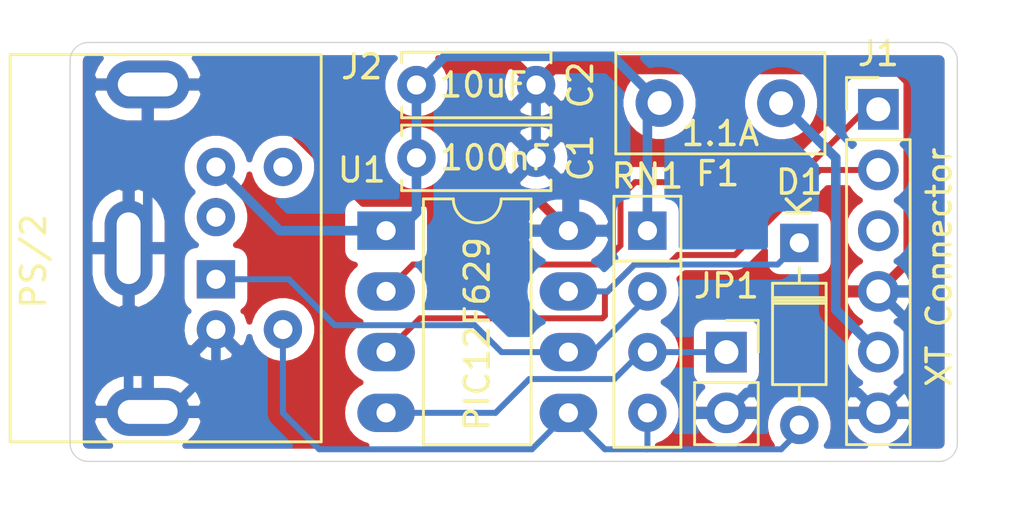
<source format=kicad_pcb>
(kicad_pcb (version 20171130) (host pcbnew 5.1.10-1.fc34)

  (general
    (thickness 1.6)
    (drawings 8)
    (tracks 89)
    (zones 0)
    (modules 9)
    (nets 10)
  )

  (page A4)
  (layers
    (0 F.Cu signal)
    (31 B.Cu signal)
    (32 B.Adhes user)
    (33 F.Adhes user)
    (34 B.Paste user)
    (35 F.Paste user)
    (36 B.SilkS user)
    (37 F.SilkS user)
    (38 B.Mask user)
    (39 F.Mask user)
    (40 Dwgs.User user)
    (41 Cmts.User user)
    (42 Eco1.User user)
    (43 Eco2.User user)
    (44 Edge.Cuts user)
    (45 Margin user)
    (46 B.CrtYd user)
    (47 F.CrtYd user)
    (48 B.Fab user)
    (49 F.Fab user)
  )

  (setup
    (last_trace_width 0.25)
    (trace_clearance 0.2)
    (zone_clearance 0.508)
    (zone_45_only no)
    (trace_min 0.2)
    (via_size 0.8)
    (via_drill 0.4)
    (via_min_size 0.4)
    (via_min_drill 0.3)
    (uvia_size 0.3)
    (uvia_drill 0.1)
    (uvias_allowed no)
    (uvia_min_size 0.2)
    (uvia_min_drill 0.1)
    (edge_width 0.05)
    (segment_width 0.2)
    (pcb_text_width 0.3)
    (pcb_text_size 1.5 1.5)
    (mod_edge_width 0.12)
    (mod_text_size 1 1)
    (mod_text_width 0.15)
    (pad_size 1.524 1.524)
    (pad_drill 0.762)
    (pad_to_mask_clearance 0)
    (aux_axis_origin 0 0)
    (visible_elements FFFFFF7F)
    (pcbplotparams
      (layerselection 0x010fc_ffffffff)
      (usegerberextensions false)
      (usegerberattributes true)
      (usegerberadvancedattributes true)
      (creategerberjobfile true)
      (excludeedgelayer true)
      (linewidth 0.100000)
      (plotframeref false)
      (viasonmask false)
      (mode 1)
      (useauxorigin false)
      (hpglpennumber 1)
      (hpglpenspeed 20)
      (hpglpendiameter 15.000000)
      (psnegative false)
      (psa4output false)
      (plotreference true)
      (plotvalue true)
      (plotinvisibletext false)
      (padsonsilk false)
      (subtractmaskfromsilk false)
      (outputformat 1)
      (mirror false)
      (drillshape 0)
      (scaleselection 1)
      (outputdirectory "gerbers/rev_10"))
  )

  (net 0 "")
  (net 1 GND)
  (net 2 VCC)
  (net 3 /AT_KBCLK)
  (net 4 "Net-(D1-Pad1)")
  (net 5 "Net-(F1-Pad1)")
  (net 6 /XT_KBDATA)
  (net 7 /XT_KBCLK)
  (net 8 /AT_KBDATA)
  (net 9 "Net-(JP1-Pad1)")

  (net_class Default "This is the default net class."
    (clearance 0.2)
    (trace_width 0.25)
    (via_dia 0.8)
    (via_drill 0.4)
    (uvia_dia 0.3)
    (uvia_drill 0.1)
    (add_net /AT_KBCLK)
    (add_net /AT_KBDATA)
    (add_net /XT_KBCLK)
    (add_net /XT_KBDATA)
    (add_net "Net-(D1-Pad1)")
    (add_net "Net-(J1-Pad3)")
    (add_net "Net-(J2-Pad2)")
    (add_net "Net-(J2-Pad6)")
    (add_net "Net-(JP1-Pad1)")
  )

  (net_class POWER ""
    (clearance 0.2)
    (trace_width 0.4)
    (via_dia 0.8)
    (via_drill 0.4)
    (uvia_dia 0.3)
    (uvia_drill 0.1)
    (add_net GND)
    (add_net "Net-(F1-Pad1)")
    (add_net VCC)
  )

  (module Fuse:Fuse_Littelfuse_395Series (layer F.Cu) (tedit 5A1C8B31) (tstamp 60B13033)
    (at 124.206 77.724 180)
    (descr "Fuse, TE5, Littelfuse/Wickmann, No. 460, No560,")
    (tags "Fuse TE5 Littelfuse/Wickmann No. 460 No560 ")
    (path /60B15253)
    (fp_text reference F1 (at 2.65 -2.95) (layer F.SilkS)
      (effects (font (size 1 1) (thickness 0.15)))
    )
    (fp_text value 1.1A (at 2.54 -1.27) (layer F.SilkS)
      (effects (font (size 1 1) (thickness 0.15)))
    )
    (fp_text user %R (at 2.75 -1.25) (layer F.Fab)
      (effects (font (size 1 1) (thickness 0.15)))
    )
    (fp_line (start -1.71 2) (end 6.79 2) (layer F.Fab) (width 0.1))
    (fp_line (start 6.79 2) (end 6.79 -2) (layer F.Fab) (width 0.1))
    (fp_line (start 6.79 -2) (end -1.71 -2) (layer F.Fab) (width 0.1))
    (fp_line (start -1.71 -2) (end -1.71 2) (layer F.Fab) (width 0.1))
    (fp_line (start -1.96 -2.25) (end 7.04 -2.25) (layer F.CrtYd) (width 0.05))
    (fp_line (start -1.96 -2.25) (end -1.96 2.25) (layer F.CrtYd) (width 0.05))
    (fp_line (start 7.04 2.25) (end 7.04 -2.25) (layer F.CrtYd) (width 0.05))
    (fp_line (start 7.04 2.25) (end -1.96 2.25) (layer F.CrtYd) (width 0.05))
    (fp_line (start -1.83 -2.12) (end 6.91 -2.12) (layer F.SilkS) (width 0.12))
    (fp_line (start -1.83 -2.12) (end -1.83 2.12) (layer F.SilkS) (width 0.12))
    (fp_line (start 6.91 2.12) (end 6.91 -2.12) (layer F.SilkS) (width 0.12))
    (fp_line (start 6.91 2.12) (end -1.83 2.12) (layer F.SilkS) (width 0.12))
    (pad 2 thru_hole circle (at 5.08 0.01 180) (size 2 2) (drill 1) (layers *.Cu *.Mask)
      (net 2 VCC))
    (pad 1 thru_hole circle (at 0 0 180) (size 2 2) (drill 1) (layers *.Cu *.Mask)
      (net 5 "Net-(F1-Pad1)"))
    (model ${KISYS3DMOD}/Fuse.3dshapes/Fuse_Littelfuse_395Series.wrl
      (at (xyz 0 0 0))
      (scale (xyz 1 1 1))
      (rotate (xyz 0 0 0))
    )
  )

  (module Package_DIP:DIP-8_W7.62mm_LongPads (layer F.Cu) (tedit 5A02E8C5) (tstamp 60B130B0)
    (at 107.696 83.058)
    (descr "8-lead though-hole mounted DIP package, row spacing 7.62 mm (300 mils), LongPads")
    (tags "THT DIP DIL PDIP 2.54mm 7.62mm 300mil LongPads")
    (path /60B10ED5)
    (fp_text reference U1 (at -1.016 -2.54) (layer F.SilkS)
      (effects (font (size 1 1) (thickness 0.15)))
    )
    (fp_text value PIC12F629 (at 3.81 4.318 90) (layer F.SilkS)
      (effects (font (size 1 1) (thickness 0.15)))
    )
    (fp_line (start 9.1 -1.55) (end -1.45 -1.55) (layer F.CrtYd) (width 0.05))
    (fp_line (start 9.1 9.15) (end 9.1 -1.55) (layer F.CrtYd) (width 0.05))
    (fp_line (start -1.45 9.15) (end 9.1 9.15) (layer F.CrtYd) (width 0.05))
    (fp_line (start -1.45 -1.55) (end -1.45 9.15) (layer F.CrtYd) (width 0.05))
    (fp_line (start 6.06 -1.33) (end 4.81 -1.33) (layer F.SilkS) (width 0.12))
    (fp_line (start 6.06 8.95) (end 6.06 -1.33) (layer F.SilkS) (width 0.12))
    (fp_line (start 1.56 8.95) (end 6.06 8.95) (layer F.SilkS) (width 0.12))
    (fp_line (start 1.56 -1.33) (end 1.56 8.95) (layer F.SilkS) (width 0.12))
    (fp_line (start 2.81 -1.33) (end 1.56 -1.33) (layer F.SilkS) (width 0.12))
    (fp_line (start 0.635 -0.27) (end 1.635 -1.27) (layer F.Fab) (width 0.1))
    (fp_line (start 0.635 8.89) (end 0.635 -0.27) (layer F.Fab) (width 0.1))
    (fp_line (start 6.985 8.89) (end 0.635 8.89) (layer F.Fab) (width 0.1))
    (fp_line (start 6.985 -1.27) (end 6.985 8.89) (layer F.Fab) (width 0.1))
    (fp_line (start 1.635 -1.27) (end 6.985 -1.27) (layer F.Fab) (width 0.1))
    (fp_text user %R (at 3.81 3.81) (layer F.Fab)
      (effects (font (size 1 1) (thickness 0.15)))
    )
    (fp_arc (start 3.81 -1.33) (end 2.81 -1.33) (angle -180) (layer F.SilkS) (width 0.12))
    (pad 8 thru_hole oval (at 7.62 0) (size 2.4 1.6) (drill 0.8) (layers *.Cu *.Mask)
      (net 1 GND))
    (pad 4 thru_hole oval (at 0 7.62) (size 2.4 1.6) (drill 0.8) (layers *.Cu *.Mask)
      (net 9 "Net-(JP1-Pad1)"))
    (pad 7 thru_hole oval (at 7.62 2.54) (size 2.4 1.6) (drill 0.8) (layers *.Cu *.Mask)
      (net 4 "Net-(D1-Pad1)"))
    (pad 3 thru_hole oval (at 0 5.08) (size 2.4 1.6) (drill 0.8) (layers *.Cu *.Mask)
      (net 6 /XT_KBDATA))
    (pad 6 thru_hole oval (at 7.62 5.08) (size 2.4 1.6) (drill 0.8) (layers *.Cu *.Mask)
      (net 8 /AT_KBDATA))
    (pad 2 thru_hole oval (at 0 2.54) (size 2.4 1.6) (drill 0.8) (layers *.Cu *.Mask)
      (net 7 /XT_KBCLK))
    (pad 5 thru_hole oval (at 7.62 7.62) (size 2.4 1.6) (drill 0.8) (layers *.Cu *.Mask)
      (net 3 /AT_KBCLK))
    (pad 1 thru_hole rect (at 0 0) (size 2.4 1.6) (drill 0.8) (layers *.Cu *.Mask)
      (net 2 VCC))
    (model ${KISYS3DMOD}/Package_DIP.3dshapes/DIP-8_W7.62mm.wrl
      (at (xyz 0 0 0))
      (scale (xyz 1 1 1))
      (rotate (xyz 0 0 0))
    )
  )

  (module Resistor_THT:R_Array_SIP4 (layer F.Cu) (tedit 5A14249F) (tstamp 60B13094)
    (at 118.618 83.058 270)
    (descr "4-pin Resistor SIP pack")
    (tags R)
    (path /60B34E96)
    (fp_text reference RN1 (at -2.286 0 180) (layer F.SilkS)
      (effects (font (size 1 1) (thickness 0.15)))
    )
    (fp_text value 10k (at 5.08 2.4 90) (layer F.Fab)
      (effects (font (size 1 1) (thickness 0.15)))
    )
    (fp_line (start 9.35 -1.65) (end -1.7 -1.65) (layer F.CrtYd) (width 0.05))
    (fp_line (start 9.35 1.65) (end 9.35 -1.65) (layer F.CrtYd) (width 0.05))
    (fp_line (start -1.7 1.65) (end 9.35 1.65) (layer F.CrtYd) (width 0.05))
    (fp_line (start -1.7 -1.65) (end -1.7 1.65) (layer F.CrtYd) (width 0.05))
    (fp_line (start 1.27 -1.4) (end 1.27 1.4) (layer F.SilkS) (width 0.12))
    (fp_line (start 9.06 -1.4) (end -1.44 -1.4) (layer F.SilkS) (width 0.12))
    (fp_line (start 9.06 1.4) (end 9.06 -1.4) (layer F.SilkS) (width 0.12))
    (fp_line (start -1.44 1.4) (end 9.06 1.4) (layer F.SilkS) (width 0.12))
    (fp_line (start -1.44 -1.4) (end -1.44 1.4) (layer F.SilkS) (width 0.12))
    (fp_line (start 1.27 -1.25) (end 1.27 1.25) (layer F.Fab) (width 0.1))
    (fp_line (start 8.91 -1.25) (end -1.29 -1.25) (layer F.Fab) (width 0.1))
    (fp_line (start 8.91 1.25) (end 8.91 -1.25) (layer F.Fab) (width 0.1))
    (fp_line (start -1.29 1.25) (end 8.91 1.25) (layer F.Fab) (width 0.1))
    (fp_line (start -1.29 -1.25) (end -1.29 1.25) (layer F.Fab) (width 0.1))
    (fp_text user %R (at 3.81 0 90) (layer F.Fab)
      (effects (font (size 1 1) (thickness 0.15)))
    )
    (pad 4 thru_hole oval (at 7.62 0 270) (size 1.6 1.6) (drill 0.8) (layers *.Cu *.Mask)
      (net 3 /AT_KBCLK))
    (pad 3 thru_hole oval (at 5.08 0 270) (size 1.6 1.6) (drill 0.8) (layers *.Cu *.Mask)
      (net 9 "Net-(JP1-Pad1)"))
    (pad 2 thru_hole oval (at 2.54 0 270) (size 1.6 1.6) (drill 0.8) (layers *.Cu *.Mask)
      (net 8 /AT_KBDATA))
    (pad 1 thru_hole rect (at 0 0 270) (size 1.6 1.6) (drill 0.8) (layers *.Cu *.Mask)
      (net 2 VCC))
    (model ${KISYS3DMOD}/Resistor_THT.3dshapes/R_Array_SIP4.wrl
      (at (xyz 0 0 0))
      (scale (xyz 1 1 1))
      (rotate (xyz 0 0 0))
    )
  )

  (module Connector_PinSocket_2.54mm:PinSocket_1x02_P2.54mm_Vertical (layer F.Cu) (tedit 5A19A420) (tstamp 60B1307D)
    (at 121.92 88.138)
    (descr "Through hole straight socket strip, 1x02, 2.54mm pitch, single row (from Kicad 4.0.7), script generated")
    (tags "Through hole socket strip THT 1x02 2.54mm single row")
    (path /60B14CDC)
    (fp_text reference JP1 (at 0 -2.77) (layer F.SilkS)
      (effects (font (size 1 1) (thickness 0.15)))
    )
    (fp_text value "E0 Passthru" (at 0 5.31) (layer F.Fab)
      (effects (font (size 1 1) (thickness 0.15)))
    )
    (fp_line (start -1.8 4.3) (end -1.8 -1.8) (layer F.CrtYd) (width 0.05))
    (fp_line (start 1.75 4.3) (end -1.8 4.3) (layer F.CrtYd) (width 0.05))
    (fp_line (start 1.75 -1.8) (end 1.75 4.3) (layer F.CrtYd) (width 0.05))
    (fp_line (start -1.8 -1.8) (end 1.75 -1.8) (layer F.CrtYd) (width 0.05))
    (fp_line (start 0 -1.33) (end 1.33 -1.33) (layer F.SilkS) (width 0.12))
    (fp_line (start 1.33 -1.33) (end 1.33 0) (layer F.SilkS) (width 0.12))
    (fp_line (start 1.33 1.27) (end 1.33 3.87) (layer F.SilkS) (width 0.12))
    (fp_line (start -1.33 3.87) (end 1.33 3.87) (layer F.SilkS) (width 0.12))
    (fp_line (start -1.33 1.27) (end -1.33 3.87) (layer F.SilkS) (width 0.12))
    (fp_line (start -1.33 1.27) (end 1.33 1.27) (layer F.SilkS) (width 0.12))
    (fp_line (start -1.27 3.81) (end -1.27 -1.27) (layer F.Fab) (width 0.1))
    (fp_line (start 1.27 3.81) (end -1.27 3.81) (layer F.Fab) (width 0.1))
    (fp_line (start 1.27 -0.635) (end 1.27 3.81) (layer F.Fab) (width 0.1))
    (fp_line (start 0.635 -1.27) (end 1.27 -0.635) (layer F.Fab) (width 0.1))
    (fp_line (start -1.27 -1.27) (end 0.635 -1.27) (layer F.Fab) (width 0.1))
    (fp_text user %R (at 0 1.27 90) (layer F.Fab)
      (effects (font (size 1 1) (thickness 0.15)))
    )
    (pad 2 thru_hole oval (at 0 2.54) (size 1.7 1.7) (drill 1) (layers *.Cu *.Mask)
      (net 1 GND))
    (pad 1 thru_hole rect (at 0 0) (size 1.7 1.7) (drill 1) (layers *.Cu *.Mask)
      (net 9 "Net-(JP1-Pad1)"))
    (model ${KISYS3DMOD}/Connector_PinSocket_2.54mm.3dshapes/PinSocket_1x02_P2.54mm_Vertical.wrl
      (at (xyz 0 0 0))
      (scale (xyz 1 1 1))
      (rotate (xyz 0 0 0))
    )
  )

  (module Custom:Connector_Mini-DIN_Female_6Pin_2rows (layer F.Cu) (tedit 58E946D2) (tstamp 60B13067)
    (at 100.584 85.09 270)
    (descr "A footprint for the generic 6 pin Mini-DIN through hole connector with shell.")
    (tags "mini din 6pin connector socket")
    (path /60B438FF)
    (fp_text reference J2 (at -8.89 -6.096 180) (layer F.SilkS)
      (effects (font (size 1 1) (thickness 0.15)))
    )
    (fp_text value PS/2 (at -0.762 7.62 90) (layer F.SilkS)
      (effects (font (size 1 1) (thickness 0.15)))
    )
    (fp_line (start 7.19 9) (end -9.81 9) (layer F.CrtYd) (width 0.05))
    (fp_line (start 7.19 9) (end 7.19 -5.05) (layer F.CrtYd) (width 0.05))
    (fp_line (start -9.81 -5.05) (end -9.81 9) (layer F.CrtYd) (width 0.05))
    (fp_line (start -9.81 -5.05) (end 7.19 -5.05) (layer F.CrtYd) (width 0.05))
    (fp_line (start -9.4 8.6) (end 6.8 8.6) (layer F.SilkS) (width 0.12))
    (fp_line (start -9.4 -4.4) (end 6.8 -4.4) (layer F.SilkS) (width 0.12))
    (fp_line (start -9.4 -4.4) (end -9.4 8.6) (layer F.SilkS) (width 0.12))
    (fp_line (start 6.8 -4.4) (end 6.8 8.6) (layer F.SilkS) (width 0.12))
    (fp_line (start -9.3 -4.3) (end 6.7 -4.3) (layer F.Fab) (width 0.1))
    (fp_line (start -9.3 8.5) (end -9.3 -4.3) (layer F.Fab) (width 0.1))
    (fp_line (start 6.7 8.5) (end -9.3 8.5) (layer F.Fab) (width 0.1))
    (fp_line (start 6.7 -4.3) (end 6.7 8.5) (layer F.Fab) (width 0.1))
    (fp_text user %R (at -1.27 -6.35 90) (layer F.Fab)
      (effects (font (size 1 1) (thickness 0.15)))
    )
    (pad 7 thru_hole oval (at -1.3 3.65 270) (size 4 2) (drill oval 3 1) (layers *.Cu *.Mask)
      (net 1 GND))
    (pad 6 thru_hole circle (at -4.7 -2.8 270) (size 1.6 1.6) (drill 0.8) (layers *.Cu *.Mask))
    (pad 5 thru_hole circle (at 2.1 -2.8 270) (size 1.6 1.6) (drill 0.8) (layers *.Cu *.Mask)
      (net 3 /AT_KBCLK))
    (pad 4 thru_hole circle (at -4.7 0 270) (size 1.6 1.6) (drill 0.8) (layers *.Cu *.Mask)
      (net 2 VCC))
    (pad 3 thru_hole circle (at 2.1 0 270) (size 1.6 1.6) (drill 0.8) (layers *.Cu *.Mask)
      (net 1 GND))
    (pad 2 thru_hole circle (at -2.6 0 270) (size 1.6 1.6) (drill 0.8) (layers *.Cu *.Mask))
    (pad 1 thru_hole rect (at 0 0 270) (size 1.6 1.6) (drill 0.8) (layers *.Cu *.Mask)
      (net 8 /AT_KBDATA))
    (pad 7 thru_hole oval (at 5.55 2.85 270) (size 2 3.5) (drill oval 1 2.5) (layers *.Cu *.Mask)
      (net 1 GND))
    (pad 7 thru_hole oval (at -8.15 2.85 270) (size 2 3.5) (drill oval 1 2.5) (layers *.Cu *.Mask)
      (net 1 GND))
  )

  (module Connector_PinHeader_2.54mm:PinHeader_1x06_P2.54mm_Vertical (layer F.Cu) (tedit 59FED5CC) (tstamp 60B1304D)
    (at 128.27 77.978)
    (descr "Through hole straight pin header, 1x06, 2.54mm pitch, single row")
    (tags "Through hole pin header THT 1x06 2.54mm single row")
    (path /60B49822)
    (fp_text reference J1 (at 0 -2.33) (layer F.SilkS)
      (effects (font (size 1 1) (thickness 0.15)))
    )
    (fp_text value "XT Connector" (at 2.54 6.604 90) (layer F.SilkS)
      (effects (font (size 1 1) (thickness 0.15)))
    )
    (fp_line (start 1.8 -1.8) (end -1.8 -1.8) (layer F.CrtYd) (width 0.05))
    (fp_line (start 1.8 14.5) (end 1.8 -1.8) (layer F.CrtYd) (width 0.05))
    (fp_line (start -1.8 14.5) (end 1.8 14.5) (layer F.CrtYd) (width 0.05))
    (fp_line (start -1.8 -1.8) (end -1.8 14.5) (layer F.CrtYd) (width 0.05))
    (fp_line (start -1.33 -1.33) (end 0 -1.33) (layer F.SilkS) (width 0.12))
    (fp_line (start -1.33 0) (end -1.33 -1.33) (layer F.SilkS) (width 0.12))
    (fp_line (start -1.33 1.27) (end 1.33 1.27) (layer F.SilkS) (width 0.12))
    (fp_line (start 1.33 1.27) (end 1.33 14.03) (layer F.SilkS) (width 0.12))
    (fp_line (start -1.33 1.27) (end -1.33 14.03) (layer F.SilkS) (width 0.12))
    (fp_line (start -1.33 14.03) (end 1.33 14.03) (layer F.SilkS) (width 0.12))
    (fp_line (start -1.27 -0.635) (end -0.635 -1.27) (layer F.Fab) (width 0.1))
    (fp_line (start -1.27 13.97) (end -1.27 -0.635) (layer F.Fab) (width 0.1))
    (fp_line (start 1.27 13.97) (end -1.27 13.97) (layer F.Fab) (width 0.1))
    (fp_line (start 1.27 -1.27) (end 1.27 13.97) (layer F.Fab) (width 0.1))
    (fp_line (start -0.635 -1.27) (end 1.27 -1.27) (layer F.Fab) (width 0.1))
    (fp_text user %R (at 0 6.35 90) (layer F.Fab)
      (effects (font (size 1 1) (thickness 0.15)))
    )
    (pad 6 thru_hole oval (at 0 12.7) (size 1.7 1.7) (drill 1) (layers *.Cu *.Mask)
      (net 1 GND))
    (pad 5 thru_hole oval (at 0 10.16) (size 1.7 1.7) (drill 1) (layers *.Cu *.Mask)
      (net 5 "Net-(F1-Pad1)"))
    (pad 4 thru_hole oval (at 0 7.62) (size 1.7 1.7) (drill 1) (layers *.Cu *.Mask)
      (net 1 GND))
    (pad 3 thru_hole oval (at 0 5.08) (size 1.7 1.7) (drill 1) (layers *.Cu *.Mask))
    (pad 2 thru_hole oval (at 0 2.54) (size 1.7 1.7) (drill 1) (layers *.Cu *.Mask)
      (net 6 /XT_KBDATA))
    (pad 1 thru_hole rect (at 0 0) (size 1.7 1.7) (drill 1) (layers *.Cu *.Mask)
      (net 7 /XT_KBCLK))
    (model ${KISYS3DMOD}/Connector_PinHeader_2.54mm.3dshapes/PinHeader_1x06_P2.54mm_Vertical.wrl
      (at (xyz 0 0 0))
      (scale (xyz 1 1 1))
      (rotate (xyz 0 0 0))
    )
  )

  (module Diode_THT:D_DO-35_SOD27_P7.62mm_Horizontal (layer F.Cu) (tedit 5AE50CD5) (tstamp 60B13020)
    (at 124.968 83.566 270)
    (descr "Diode, DO-35_SOD27 series, Axial, Horizontal, pin pitch=7.62mm, , length*diameter=4*2mm^2, , http://www.diodes.com/_files/packages/DO-35.pdf")
    (tags "Diode DO-35_SOD27 series Axial Horizontal pin pitch 7.62mm  length 4mm diameter 2mm")
    (path /60B247A2)
    (fp_text reference D1 (at -2.54 0 180) (layer F.SilkS)
      (effects (font (size 1 1) (thickness 0.15)))
    )
    (fp_text value 1N4148 (at 3.81 2.12 90) (layer F.Fab)
      (effects (font (size 1 1) (thickness 0.15)))
    )
    (fp_line (start 8.67 -1.25) (end -1.05 -1.25) (layer F.CrtYd) (width 0.05))
    (fp_line (start 8.67 1.25) (end 8.67 -1.25) (layer F.CrtYd) (width 0.05))
    (fp_line (start -1.05 1.25) (end 8.67 1.25) (layer F.CrtYd) (width 0.05))
    (fp_line (start -1.05 -1.25) (end -1.05 1.25) (layer F.CrtYd) (width 0.05))
    (fp_line (start 2.29 -1.12) (end 2.29 1.12) (layer F.SilkS) (width 0.12))
    (fp_line (start 2.53 -1.12) (end 2.53 1.12) (layer F.SilkS) (width 0.12))
    (fp_line (start 2.41 -1.12) (end 2.41 1.12) (layer F.SilkS) (width 0.12))
    (fp_line (start 6.58 0) (end 5.93 0) (layer F.SilkS) (width 0.12))
    (fp_line (start 1.04 0) (end 1.69 0) (layer F.SilkS) (width 0.12))
    (fp_line (start 5.93 -1.12) (end 1.69 -1.12) (layer F.SilkS) (width 0.12))
    (fp_line (start 5.93 1.12) (end 5.93 -1.12) (layer F.SilkS) (width 0.12))
    (fp_line (start 1.69 1.12) (end 5.93 1.12) (layer F.SilkS) (width 0.12))
    (fp_line (start 1.69 -1.12) (end 1.69 1.12) (layer F.SilkS) (width 0.12))
    (fp_line (start 2.31 -1) (end 2.31 1) (layer F.Fab) (width 0.1))
    (fp_line (start 2.51 -1) (end 2.51 1) (layer F.Fab) (width 0.1))
    (fp_line (start 2.41 -1) (end 2.41 1) (layer F.Fab) (width 0.1))
    (fp_line (start 7.62 0) (end 5.81 0) (layer F.Fab) (width 0.1))
    (fp_line (start 0 0) (end 1.81 0) (layer F.Fab) (width 0.1))
    (fp_line (start 5.81 -1) (end 1.81 -1) (layer F.Fab) (width 0.1))
    (fp_line (start 5.81 1) (end 5.81 -1) (layer F.Fab) (width 0.1))
    (fp_line (start 1.81 1) (end 5.81 1) (layer F.Fab) (width 0.1))
    (fp_line (start 1.81 -1) (end 1.81 1) (layer F.Fab) (width 0.1))
    (fp_text user K (at -1.524 0 90) (layer F.SilkS)
      (effects (font (size 1 1) (thickness 0.15)))
    )
    (fp_text user K (at 0 -1.8 90) (layer F.Fab)
      (effects (font (size 1 1) (thickness 0.15)))
    )
    (fp_text user %R (at 4.11 0 90) (layer F.Fab)
      (effects (font (size 0.8 0.8) (thickness 0.12)))
    )
    (pad 2 thru_hole oval (at 7.62 0 270) (size 1.6 1.6) (drill 0.8) (layers *.Cu *.Mask)
      (net 3 /AT_KBCLK))
    (pad 1 thru_hole rect (at 0 0 270) (size 1.6 1.6) (drill 0.8) (layers *.Cu *.Mask)
      (net 4 "Net-(D1-Pad1)"))
    (model ${KISYS3DMOD}/Diode_THT.3dshapes/D_DO-35_SOD27_P7.62mm_Horizontal.wrl
      (at (xyz 0 0 0))
      (scale (xyz 1 1 1))
      (rotate (xyz 0 0 0))
    )
  )

  (module Capacitor_THT:C_Disc_D6.0mm_W2.5mm_P5.00mm (layer F.Cu) (tedit 5AE50EF0) (tstamp 60B13001)
    (at 108.966 76.962)
    (descr "C, Disc series, Radial, pin pitch=5.00mm, , diameter*width=6*2.5mm^2, Capacitor, http://cdn-reichelt.de/documents/datenblatt/B300/DS_KERKO_TC.pdf")
    (tags "C Disc series Radial pin pitch 5.00mm  diameter 6mm width 2.5mm Capacitor")
    (path /60B124E1)
    (fp_text reference C2 (at 6.858 0 90) (layer F.SilkS)
      (effects (font (size 1 1) (thickness 0.15)))
    )
    (fp_text value 10uF (at 2.794 0) (layer F.SilkS)
      (effects (font (size 1 1) (thickness 0.15)))
    )
    (fp_line (start 6.05 -1.5) (end -1.05 -1.5) (layer F.CrtYd) (width 0.05))
    (fp_line (start 6.05 1.5) (end 6.05 -1.5) (layer F.CrtYd) (width 0.05))
    (fp_line (start -1.05 1.5) (end 6.05 1.5) (layer F.CrtYd) (width 0.05))
    (fp_line (start -1.05 -1.5) (end -1.05 1.5) (layer F.CrtYd) (width 0.05))
    (fp_line (start 5.62 0.925) (end 5.62 1.37) (layer F.SilkS) (width 0.12))
    (fp_line (start 5.62 -1.37) (end 5.62 -0.925) (layer F.SilkS) (width 0.12))
    (fp_line (start -0.62 0.925) (end -0.62 1.37) (layer F.SilkS) (width 0.12))
    (fp_line (start -0.62 -1.37) (end -0.62 -0.925) (layer F.SilkS) (width 0.12))
    (fp_line (start -0.62 1.37) (end 5.62 1.37) (layer F.SilkS) (width 0.12))
    (fp_line (start -0.62 -1.37) (end 5.62 -1.37) (layer F.SilkS) (width 0.12))
    (fp_line (start 5.5 -1.25) (end -0.5 -1.25) (layer F.Fab) (width 0.1))
    (fp_line (start 5.5 1.25) (end 5.5 -1.25) (layer F.Fab) (width 0.1))
    (fp_line (start -0.5 1.25) (end 5.5 1.25) (layer F.Fab) (width 0.1))
    (fp_line (start -0.5 -1.25) (end -0.5 1.25) (layer F.Fab) (width 0.1))
    (fp_text user %R (at 2.5 0) (layer F.Fab)
      (effects (font (size 1 1) (thickness 0.15)))
    )
    (pad 2 thru_hole circle (at 5 0) (size 1.6 1.6) (drill 0.8) (layers *.Cu *.Mask)
      (net 1 GND))
    (pad 1 thru_hole circle (at 0 0) (size 1.6 1.6) (drill 0.8) (layers *.Cu *.Mask)
      (net 2 VCC))
    (model ${KISYS3DMOD}/Capacitor_THT.3dshapes/C_Disc_D6.0mm_W2.5mm_P5.00mm.wrl
      (at (xyz 0 0 0))
      (scale (xyz 1 1 1))
      (rotate (xyz 0 0 0))
    )
  )

  (module Capacitor_THT:C_Disc_D6.0mm_W2.5mm_P5.00mm (layer F.Cu) (tedit 5AE50EF0) (tstamp 60B12FEC)
    (at 108.966 80.01)
    (descr "C, Disc series, Radial, pin pitch=5.00mm, , diameter*width=6*2.5mm^2, Capacitor, http://cdn-reichelt.de/documents/datenblatt/B300/DS_KERKO_TC.pdf")
    (tags "C Disc series Radial pin pitch 5.00mm  diameter 6mm width 2.5mm Capacitor")
    (path /60B122E3)
    (fp_text reference C1 (at 6.858 0 270) (layer F.SilkS)
      (effects (font (size 1 1) (thickness 0.15)))
    )
    (fp_text value 100nF (at 3.302 0) (layer F.SilkS)
      (effects (font (size 1 1) (thickness 0.15)))
    )
    (fp_line (start 6.05 -1.5) (end -1.05 -1.5) (layer F.CrtYd) (width 0.05))
    (fp_line (start 6.05 1.5) (end 6.05 -1.5) (layer F.CrtYd) (width 0.05))
    (fp_line (start -1.05 1.5) (end 6.05 1.5) (layer F.CrtYd) (width 0.05))
    (fp_line (start -1.05 -1.5) (end -1.05 1.5) (layer F.CrtYd) (width 0.05))
    (fp_line (start 5.62 0.925) (end 5.62 1.37) (layer F.SilkS) (width 0.12))
    (fp_line (start 5.62 -1.37) (end 5.62 -0.925) (layer F.SilkS) (width 0.12))
    (fp_line (start -0.62 0.925) (end -0.62 1.37) (layer F.SilkS) (width 0.12))
    (fp_line (start -0.62 -1.37) (end -0.62 -0.925) (layer F.SilkS) (width 0.12))
    (fp_line (start -0.62 1.37) (end 5.62 1.37) (layer F.SilkS) (width 0.12))
    (fp_line (start -0.62 -1.37) (end 5.62 -1.37) (layer F.SilkS) (width 0.12))
    (fp_line (start 5.5 -1.25) (end -0.5 -1.25) (layer F.Fab) (width 0.1))
    (fp_line (start 5.5 1.25) (end 5.5 -1.25) (layer F.Fab) (width 0.1))
    (fp_line (start -0.5 1.25) (end 5.5 1.25) (layer F.Fab) (width 0.1))
    (fp_line (start -0.5 -1.25) (end -0.5 1.25) (layer F.Fab) (width 0.1))
    (fp_text user %R (at 2.5 0) (layer F.Fab)
      (effects (font (size 1 1) (thickness 0.15)))
    )
    (pad 2 thru_hole circle (at 5 0) (size 1.6 1.6) (drill 0.8) (layers *.Cu *.Mask)
      (net 1 GND))
    (pad 1 thru_hole circle (at 0 0) (size 1.6 1.6) (drill 0.8) (layers *.Cu *.Mask)
      (net 2 VCC))
    (model ${KISYS3DMOD}/Capacitor_THT.3dshapes/C_Disc_D6.0mm_W2.5mm_P5.00mm.wrl
      (at (xyz 0 0 0))
      (scale (xyz 1 1 1))
      (rotate (xyz 0 0 0))
    )
  )

  (gr_line (start 95.25 92.71) (end 130.81 92.71) (layer Edge.Cuts) (width 0.05) (tstamp 60B1416B))
  (gr_line (start 131.572 75.946) (end 131.572 91.948) (layer Edge.Cuts) (width 0.05) (tstamp 60B1416A))
  (gr_line (start 95.25 75.184) (end 130.81 75.184) (layer Edge.Cuts) (width 0.05) (tstamp 60B14169))
  (gr_arc (start 130.81 75.946) (end 131.572 75.946) (angle -90) (layer Edge.Cuts) (width 0.05) (tstamp 60B14161))
  (gr_arc (start 130.81 91.948) (end 130.81 92.71) (angle -90) (layer Edge.Cuts) (width 0.05) (tstamp 60B1415E))
  (gr_line (start 94.488 75.946) (end 94.488 91.948) (layer Edge.Cuts) (width 0.05) (tstamp 60B1415C))
  (gr_arc (start 95.25 91.948) (end 94.488 91.948) (angle -90) (layer Edge.Cuts) (width 0.05) (tstamp 60B14159))
  (gr_arc (start 95.25 75.946) (end 95.25 75.184) (angle -90) (layer Edge.Cuts) (width 0.05))

  (segment (start 129.520001 89.427999) (end 128.27 90.678) (width 0.4) (layer B.Cu) (net 1))
  (segment (start 129.520001 86.848001) (end 129.520001 89.427999) (width 0.4) (layer B.Cu) (net 1))
  (segment (start 128.27 85.598) (end 129.520001 86.848001) (width 0.4) (layer B.Cu) (net 1))
  (segment (start 122.769999 89.828001) (end 121.92 90.678) (width 0.4) (layer B.Cu) (net 1))
  (segment (start 127.420001 89.828001) (end 122.769999 89.828001) (width 0.4) (layer B.Cu) (net 1))
  (segment (start 128.27 90.678) (end 127.420001 89.828001) (width 0.4) (layer B.Cu) (net 1))
  (segment (start 113.966 80.01) (end 113.966 76.962) (width 0.4) (layer B.Cu) (net 1))
  (segment (start 97.734 82.99) (end 96.934 83.79) (width 0.4) (layer B.Cu) (net 1))
  (segment (start 97.734 76.94) (end 97.734 82.99) (width 0.4) (layer B.Cu) (net 1))
  (segment (start 96.934 89.84) (end 97.734 90.64) (width 0.4) (layer B.Cu) (net 1))
  (segment (start 96.934 83.79) (end 96.934 89.84) (width 0.4) (layer B.Cu) (net 1))
  (segment (start 97.734 90.64) (end 98.59 90.64) (width 0.4) (layer B.Cu) (net 1))
  (segment (start 100.584 88.646) (end 100.584 87.19) (width 0.4) (layer B.Cu) (net 1))
  (segment (start 98.59 90.64) (end 100.584 88.646) (width 0.4) (layer B.Cu) (net 1))
  (segment (start 113.966 80.01) (end 115.57 81.614) (width 0.4) (layer B.Cu) (net 1))
  (segment (start 115.57 82.804) (end 115.316 83.058) (width 0.4) (layer B.Cu) (net 1))
  (segment (start 115.57 81.614) (end 115.57 82.804) (width 0.4) (layer B.Cu) (net 1))
  (segment (start 114.115999 81.857999) (end 106.749999 81.857999) (width 0.4) (layer F.Cu) (net 1))
  (segment (start 115.316 83.058) (end 114.115999 81.857999) (width 0.4) (layer F.Cu) (net 1))
  (segment (start 101.832 76.94) (end 97.734 76.94) (width 0.4) (layer F.Cu) (net 1))
  (segment (start 106.749999 81.857999) (end 101.832 76.94) (width 0.4) (layer F.Cu) (net 1))
  (segment (start 114.614001 76.313999) (end 113.966 76.962) (width 0.4) (layer F.Cu) (net 1))
  (segment (start 129.026001 76.313999) (end 114.614001 76.313999) (width 0.4) (layer F.Cu) (net 1))
  (segment (start 129.520001 76.807999) (end 129.026001 76.313999) (width 0.4) (layer F.Cu) (net 1))
  (segment (start 129.520001 84.347999) (end 129.520001 76.807999) (width 0.4) (layer F.Cu) (net 1))
  (segment (start 128.27 85.598) (end 129.520001 84.347999) (width 0.4) (layer F.Cu) (net 1))
  (segment (start 108.966 80.01) (end 108.966 76.962) (width 0.4) (layer B.Cu) (net 2))
  (segment (start 103.252 83.058) (end 107.696 83.058) (width 0.4) (layer B.Cu) (net 2))
  (segment (start 100.584 80.39) (end 103.252 83.058) (width 0.4) (layer B.Cu) (net 2))
  (segment (start 107.696 83.058) (end 108.204 83.058) (width 0.4) (layer B.Cu) (net 2))
  (segment (start 108.966 82.296) (end 108.966 80.01) (width 0.4) (layer B.Cu) (net 2))
  (segment (start 108.204 83.058) (end 108.966 82.296) (width 0.4) (layer B.Cu) (net 2))
  (segment (start 118.618 78.222) (end 119.126 77.714) (width 0.4) (layer B.Cu) (net 2))
  (segment (start 118.618 83.058) (end 118.618 78.222) (width 0.4) (layer B.Cu) (net 2))
  (segment (start 110.166001 75.761999) (end 108.966 76.962) (width 0.4) (layer B.Cu) (net 2))
  (segment (start 117.173999 75.761999) (end 110.166001 75.761999) (width 0.4) (layer B.Cu) (net 2))
  (segment (start 119.126 77.714) (end 117.173999 75.761999) (width 0.4) (layer B.Cu) (net 2))
  (segment (start 103.384 87.19) (end 103.384 90.684) (width 0.25) (layer B.Cu) (net 3))
  (segment (start 103.384 90.684) (end 104.902 92.202) (width 0.25) (layer B.Cu) (net 3))
  (segment (start 113.792 92.202) (end 115.316 90.678) (width 0.25) (layer B.Cu) (net 3))
  (segment (start 104.902 92.202) (end 113.792 92.202) (width 0.25) (layer B.Cu) (net 3))
  (segment (start 115.316 90.678) (end 116.84 92.202) (width 0.25) (layer B.Cu) (net 3))
  (segment (start 124.968 91.186) (end 124.968 91.44) (width 0.25) (layer B.Cu) (net 3))
  (segment (start 124.968 91.44) (end 124.206 92.202) (width 0.25) (layer B.Cu) (net 3))
  (segment (start 118.618 90.678) (end 118.618 91.948) (width 0.25) (layer B.Cu) (net 3))
  (segment (start 118.618 91.948) (end 118.618 92.202) (width 0.25) (layer B.Cu) (net 3))
  (segment (start 118.618 92.202) (end 116.84 92.202) (width 0.25) (layer B.Cu) (net 3))
  (segment (start 124.206 92.202) (end 118.618 92.202) (width 0.25) (layer B.Cu) (net 3))
  (segment (start 115.316 85.598) (end 116.952998 85.598) (width 0.25) (layer B.Cu) (net 4))
  (segment (start 124.061001 84.472999) (end 124.968 83.566) (width 0.25) (layer B.Cu) (net 4))
  (segment (start 118.077999 84.472999) (end 124.061001 84.472999) (width 0.25) (layer B.Cu) (net 4))
  (segment (start 116.952998 85.598) (end 118.077999 84.472999) (width 0.25) (layer B.Cu) (net 4))
  (segment (start 128.27 88.138) (end 126.492 86.36) (width 0.4) (layer B.Cu) (net 5))
  (segment (start 126.492 80.01) (end 124.206 77.724) (width 0.4) (layer B.Cu) (net 5))
  (segment (start 126.492 86.36) (end 126.492 80.01) (width 0.4) (layer B.Cu) (net 5))
  (segment (start 125.830998 80.518) (end 122.274998 84.074) (width 0.25) (layer F.Cu) (net 6))
  (segment (start 128.27 80.518) (end 125.830998 80.518) (width 0.25) (layer F.Cu) (net 6))
  (segment (start 116.84101 85.709988) (end 116.84101 86.61299) (width 0.25) (layer F.Cu) (net 6))
  (segment (start 118.077999 84.472999) (end 116.84101 85.709988) (width 0.25) (layer F.Cu) (net 6))
  (segment (start 119.489001 84.472999) (end 118.077999 84.472999) (width 0.25) (layer F.Cu) (net 6))
  (segment (start 119.888 84.074) (end 119.489001 84.472999) (width 0.25) (layer F.Cu) (net 6))
  (segment (start 122.274998 84.074) (end 119.888 84.074) (width 0.25) (layer F.Cu) (net 6))
  (segment (start 109.11099 86.72301) (end 107.696 88.138) (width 0.25) (layer F.Cu) (net 6))
  (segment (start 116.73099 86.72301) (end 109.11099 86.72301) (width 0.25) (layer F.Cu) (net 6))
  (segment (start 116.84101 86.61299) (end 116.73099 86.72301) (width 0.25) (layer F.Cu) (net 6))
  (segment (start 108.82101 84.47299) (end 116.69501 84.47299) (width 0.25) (layer F.Cu) (net 7))
  (segment (start 107.696 85.598) (end 108.82101 84.47299) (width 0.25) (layer F.Cu) (net 7))
  (segment (start 117.492999 83.675001) (end 117.492999 81.643001) (width 0.25) (layer F.Cu) (net 7))
  (segment (start 116.69501 84.47299) (end 117.492999 83.675001) (width 0.25) (layer F.Cu) (net 7))
  (segment (start 117.492999 81.643001) (end 118.11 81.026) (width 0.25) (layer F.Cu) (net 7))
  (segment (start 118.11 81.026) (end 124.46 81.026) (width 0.25) (layer F.Cu) (net 7))
  (segment (start 127.734588 77.978) (end 128.27 77.978) (width 0.25) (layer F.Cu) (net 7))
  (segment (start 125.194588 80.518) (end 127.734588 77.978) (width 0.25) (layer F.Cu) (net 7))
  (segment (start 124.968 80.518) (end 125.194588 80.518) (width 0.25) (layer F.Cu) (net 7))
  (segment (start 124.46 81.026) (end 124.968 80.518) (width 0.25) (layer F.Cu) (net 7))
  (segment (start 100.584 85.09) (end 103.632 85.09) (width 0.25) (layer B.Cu) (net 8))
  (segment (start 105.55499 87.01299) (end 111.39699 87.01299) (width 0.25) (layer B.Cu) (net 8))
  (segment (start 103.632 85.09) (end 105.55499 87.01299) (width 0.25) (layer B.Cu) (net 8))
  (segment (start 112.522 88.138) (end 115.316 88.138) (width 0.25) (layer B.Cu) (net 8))
  (segment (start 111.39699 87.01299) (end 112.522 88.138) (width 0.25) (layer B.Cu) (net 8))
  (segment (start 115.316 88.138) (end 116.332 88.138) (width 0.25) (layer B.Cu) (net 8))
  (segment (start 118.618 85.852) (end 118.618 85.598) (width 0.25) (layer B.Cu) (net 8))
  (segment (start 116.332 88.138) (end 118.618 85.852) (width 0.25) (layer B.Cu) (net 8))
  (segment (start 107.696 90.678) (end 112.268 90.678) (width 0.25) (layer B.Cu) (net 9))
  (segment (start 113.68299 89.26301) (end 117.23899 89.26301) (width 0.25) (layer B.Cu) (net 9))
  (segment (start 112.268 90.678) (end 113.68299 89.26301) (width 0.25) (layer B.Cu) (net 9))
  (segment (start 118.364 88.138) (end 118.618 88.138) (width 0.25) (layer B.Cu) (net 9))
  (segment (start 117.23899 89.26301) (end 118.364 88.138) (width 0.25) (layer B.Cu) (net 9))
  (segment (start 118.618 88.138) (end 121.92 88.138) (width 0.25) (layer B.Cu) (net 9))

  (zone (net 1) (net_name GND) (layer F.Cu) (tstamp 60B141F7) (hatch edge 0.508)
    (connect_pads (clearance 0.508))
    (min_thickness 0.254)
    (fill yes (arc_segments 32) (thermal_gap 0.508) (thermal_bridge_width 0.508))
    (polygon
      (pts
        (xy 134.366 94.996) (xy 93.98 94.996) (xy 93.98 73.406) (xy 134.366 73.406)
      )
    )
    (filled_polygon
      (pts
        (xy 95.738078 75.873683) (xy 95.55399 76.137239) (xy 95.424856 76.431645) (xy 95.393876 76.559566) (xy 95.513223 76.813)
        (xy 97.607 76.813) (xy 97.607 76.793) (xy 97.861 76.793) (xy 97.861 76.813) (xy 99.954777 76.813)
        (xy 100.074124 76.559566) (xy 100.043144 76.431645) (xy 99.91401 76.137239) (xy 99.729922 75.873683) (xy 99.698987 75.844)
        (xy 108.056274 75.844) (xy 108.051241 75.847363) (xy 107.851363 76.047241) (xy 107.69432 76.282273) (xy 107.586147 76.543426)
        (xy 107.531 76.820665) (xy 107.531 77.103335) (xy 107.586147 77.380574) (xy 107.69432 77.641727) (xy 107.851363 77.876759)
        (xy 108.051241 78.076637) (xy 108.286273 78.23368) (xy 108.547426 78.341853) (xy 108.824665 78.397) (xy 109.107335 78.397)
        (xy 109.384574 78.341853) (xy 109.645727 78.23368) (xy 109.880759 78.076637) (xy 110.002694 77.954702) (xy 113.152903 77.954702)
        (xy 113.224486 78.198671) (xy 113.479996 78.319571) (xy 113.754184 78.3883) (xy 114.036512 78.402217) (xy 114.31613 78.360787)
        (xy 114.582292 78.265603) (xy 114.707514 78.198671) (xy 114.779097 77.954702) (xy 113.966 77.141605) (xy 113.152903 77.954702)
        (xy 110.002694 77.954702) (xy 110.080637 77.876759) (xy 110.23768 77.641727) (xy 110.345853 77.380574) (xy 110.401 77.103335)
        (xy 110.401 77.032512) (xy 112.525783 77.032512) (xy 112.567213 77.31213) (xy 112.662397 77.578292) (xy 112.729329 77.703514)
        (xy 112.973298 77.775097) (xy 113.786395 76.962) (xy 114.145605 76.962) (xy 114.958702 77.775097) (xy 115.202671 77.703514)
        (xy 115.273905 77.552967) (xy 117.491 77.552967) (xy 117.491 77.875033) (xy 117.553832 78.190912) (xy 117.677082 78.488463)
        (xy 117.856013 78.756252) (xy 118.083748 78.983987) (xy 118.351537 79.162918) (xy 118.649088 79.286168) (xy 118.964967 79.349)
        (xy 119.287033 79.349) (xy 119.602912 79.286168) (xy 119.900463 79.162918) (xy 120.168252 78.983987) (xy 120.395987 78.756252)
        (xy 120.574918 78.488463) (xy 120.698168 78.190912) (xy 120.761 77.875033) (xy 120.761 77.562967) (xy 122.571 77.562967)
        (xy 122.571 77.885033) (xy 122.633832 78.200912) (xy 122.757082 78.498463) (xy 122.936013 78.766252) (xy 123.163748 78.993987)
        (xy 123.431537 79.172918) (xy 123.729088 79.296168) (xy 124.044967 79.359) (xy 124.367033 79.359) (xy 124.682912 79.296168)
        (xy 124.980463 79.172918) (xy 125.248252 78.993987) (xy 125.475987 78.766252) (xy 125.654918 78.498463) (xy 125.778168 78.200912)
        (xy 125.841 77.885033) (xy 125.841 77.562967) (xy 125.778168 77.247088) (xy 125.654918 76.949537) (xy 125.475987 76.681748)
        (xy 125.248252 76.454013) (xy 124.980463 76.275082) (xy 124.682912 76.151832) (xy 124.367033 76.089) (xy 124.044967 76.089)
        (xy 123.729088 76.151832) (xy 123.431537 76.275082) (xy 123.163748 76.454013) (xy 122.936013 76.681748) (xy 122.757082 76.949537)
        (xy 122.633832 77.247088) (xy 122.571 77.562967) (xy 120.761 77.562967) (xy 120.761 77.552967) (xy 120.698168 77.237088)
        (xy 120.574918 76.939537) (xy 120.395987 76.671748) (xy 120.168252 76.444013) (xy 119.900463 76.265082) (xy 119.602912 76.141832)
        (xy 119.287033 76.079) (xy 118.964967 76.079) (xy 118.649088 76.141832) (xy 118.351537 76.265082) (xy 118.083748 76.444013)
        (xy 117.856013 76.671748) (xy 117.677082 76.939537) (xy 117.553832 77.237088) (xy 117.491 77.552967) (xy 115.273905 77.552967)
        (xy 115.323571 77.448004) (xy 115.3923 77.173816) (xy 115.406217 76.891488) (xy 115.364787 76.61187) (xy 115.269603 76.345708)
        (xy 115.202671 76.220486) (xy 114.958702 76.148903) (xy 114.145605 76.962) (xy 113.786395 76.962) (xy 112.973298 76.148903)
        (xy 112.729329 76.220486) (xy 112.608429 76.475996) (xy 112.5397 76.750184) (xy 112.525783 77.032512) (xy 110.401 77.032512)
        (xy 110.401 76.820665) (xy 110.345853 76.543426) (xy 110.23768 76.282273) (xy 110.080637 76.047241) (xy 109.880759 75.847363)
        (xy 109.875726 75.844) (xy 113.189667 75.844) (xy 113.152903 75.969298) (xy 113.966 76.782395) (xy 114.779097 75.969298)
        (xy 114.742333 75.844) (xy 130.777723 75.844) (xy 130.829197 75.849047) (xy 130.847662 75.854622) (xy 130.864694 75.863678)
        (xy 130.879643 75.87587) (xy 130.891938 75.890732) (xy 130.901111 75.907696) (xy 130.906817 75.926129) (xy 130.912 75.975446)
        (xy 130.912001 91.915712) (xy 130.906953 91.967195) (xy 130.901377 91.985663) (xy 130.892322 92.002693) (xy 130.880129 92.017643)
        (xy 130.865266 92.029939) (xy 130.848303 92.039111) (xy 130.829871 92.044817) (xy 130.780554 92.05) (xy 128.822761 92.05)
        (xy 128.901252 92.022157) (xy 129.151355 91.873178) (xy 129.367588 91.678269) (xy 129.541641 91.44492) (xy 129.666825 91.182099)
        (xy 129.711476 91.03489) (xy 129.590155 90.805) (xy 128.397 90.805) (xy 128.397 90.825) (xy 128.143 90.825)
        (xy 128.143 90.805) (xy 126.949845 90.805) (xy 126.828524 91.03489) (xy 126.873175 91.182099) (xy 126.998359 91.44492)
        (xy 127.172412 91.678269) (xy 127.388645 91.873178) (xy 127.638748 92.022157) (xy 127.717239 92.05) (xy 126.116553 92.05)
        (xy 126.23968 91.865727) (xy 126.347853 91.604574) (xy 126.403 91.327335) (xy 126.403 91.044665) (xy 126.347853 90.767426)
        (xy 126.23968 90.506273) (xy 126.082637 90.271241) (xy 125.882759 90.071363) (xy 125.647727 89.91432) (xy 125.386574 89.806147)
        (xy 125.109335 89.751) (xy 124.826665 89.751) (xy 124.549426 89.806147) (xy 124.288273 89.91432) (xy 124.053241 90.071363)
        (xy 123.853363 90.271241) (xy 123.69632 90.506273) (xy 123.588147 90.767426) (xy 123.533 91.044665) (xy 123.533 91.327335)
        (xy 123.588147 91.604574) (xy 123.69632 91.865727) (xy 123.819447 92.05) (xy 122.472761 92.05) (xy 122.551252 92.022157)
        (xy 122.801355 91.873178) (xy 123.017588 91.678269) (xy 123.191641 91.44492) (xy 123.316825 91.182099) (xy 123.361476 91.03489)
        (xy 123.240155 90.805) (xy 122.047 90.805) (xy 122.047 90.825) (xy 121.793 90.825) (xy 121.793 90.805)
        (xy 120.599845 90.805) (xy 120.478524 91.03489) (xy 120.523175 91.182099) (xy 120.648359 91.44492) (xy 120.822412 91.678269)
        (xy 121.038645 91.873178) (xy 121.288748 92.022157) (xy 121.367239 92.05) (xy 119.055533 92.05) (xy 119.297727 91.94968)
        (xy 119.532759 91.792637) (xy 119.732637 91.592759) (xy 119.88968 91.357727) (xy 119.997853 91.096574) (xy 120.053 90.819335)
        (xy 120.053 90.536665) (xy 119.997853 90.259426) (xy 119.88968 89.998273) (xy 119.732637 89.763241) (xy 119.532759 89.563363)
        (xy 119.300241 89.408) (xy 119.532759 89.252637) (xy 119.732637 89.052759) (xy 119.88968 88.817727) (xy 119.997853 88.556574)
        (xy 120.053 88.279335) (xy 120.053 87.996665) (xy 119.997853 87.719426) (xy 119.88968 87.458273) (xy 119.775908 87.288)
        (xy 120.431928 87.288) (xy 120.431928 88.988) (xy 120.444188 89.112482) (xy 120.480498 89.23218) (xy 120.539463 89.342494)
        (xy 120.618815 89.439185) (xy 120.715506 89.518537) (xy 120.82582 89.577502) (xy 120.906466 89.601966) (xy 120.822412 89.677731)
        (xy 120.648359 89.91108) (xy 120.523175 90.173901) (xy 120.478524 90.32111) (xy 120.599845 90.551) (xy 121.793 90.551)
        (xy 121.793 90.531) (xy 122.047 90.531) (xy 122.047 90.551) (xy 123.240155 90.551) (xy 123.361476 90.32111)
        (xy 123.316825 90.173901) (xy 123.191641 89.91108) (xy 123.017588 89.677731) (xy 122.933534 89.601966) (xy 123.01418 89.577502)
        (xy 123.124494 89.518537) (xy 123.221185 89.439185) (xy 123.300537 89.342494) (xy 123.359502 89.23218) (xy 123.395812 89.112482)
        (xy 123.408072 88.988) (xy 123.408072 87.99174) (xy 126.785 87.99174) (xy 126.785 88.28426) (xy 126.842068 88.571158)
        (xy 126.95401 88.841411) (xy 127.116525 89.084632) (xy 127.323368 89.291475) (xy 127.505534 89.413195) (xy 127.388645 89.482822)
        (xy 127.172412 89.677731) (xy 126.998359 89.91108) (xy 126.873175 90.173901) (xy 126.828524 90.32111) (xy 126.949845 90.551)
        (xy 128.143 90.551) (xy 128.143 90.531) (xy 128.397 90.531) (xy 128.397 90.551) (xy 129.590155 90.551)
        (xy 129.711476 90.32111) (xy 129.666825 90.173901) (xy 129.541641 89.91108) (xy 129.367588 89.677731) (xy 129.151355 89.482822)
        (xy 129.034466 89.413195) (xy 129.216632 89.291475) (xy 129.423475 89.084632) (xy 129.58599 88.841411) (xy 129.697932 88.571158)
        (xy 129.755 88.28426) (xy 129.755 87.99174) (xy 129.697932 87.704842) (xy 129.58599 87.434589) (xy 129.423475 87.191368)
        (xy 129.216632 86.984525) (xy 129.034466 86.862805) (xy 129.151355 86.793178) (xy 129.367588 86.598269) (xy 129.541641 86.36492)
        (xy 129.666825 86.102099) (xy 129.711476 85.95489) (xy 129.590155 85.725) (xy 128.397 85.725) (xy 128.397 85.745)
        (xy 128.143 85.745) (xy 128.143 85.725) (xy 126.949845 85.725) (xy 126.828524 85.95489) (xy 126.873175 86.102099)
        (xy 126.998359 86.36492) (xy 127.172412 86.598269) (xy 127.388645 86.793178) (xy 127.505534 86.862805) (xy 127.323368 86.984525)
        (xy 127.116525 87.191368) (xy 126.95401 87.434589) (xy 126.842068 87.704842) (xy 126.785 87.99174) (xy 123.408072 87.99174)
        (xy 123.408072 87.288) (xy 123.395812 87.163518) (xy 123.359502 87.04382) (xy 123.300537 86.933506) (xy 123.221185 86.836815)
        (xy 123.124494 86.757463) (xy 123.01418 86.698498) (xy 122.894482 86.662188) (xy 122.77 86.649928) (xy 121.07 86.649928)
        (xy 120.945518 86.662188) (xy 120.82582 86.698498) (xy 120.715506 86.757463) (xy 120.618815 86.836815) (xy 120.539463 86.933506)
        (xy 120.480498 87.04382) (xy 120.444188 87.163518) (xy 120.431928 87.288) (xy 119.775908 87.288) (xy 119.732637 87.223241)
        (xy 119.532759 87.023363) (xy 119.300241 86.868) (xy 119.532759 86.712637) (xy 119.732637 86.512759) (xy 119.88968 86.277727)
        (xy 119.997853 86.016574) (xy 120.053 85.739335) (xy 120.053 85.456665) (xy 119.997853 85.179426) (xy 119.954308 85.0743)
        (xy 120.029002 85.013) (xy 120.052807 84.983994) (xy 120.202801 84.834) (xy 122.237676 84.834) (xy 122.274998 84.837676)
        (xy 122.31232 84.834) (xy 122.312331 84.834) (xy 122.423984 84.823003) (xy 122.567245 84.779546) (xy 122.699274 84.708974)
        (xy 122.814999 84.614001) (xy 122.838802 84.584997) (xy 123.529928 83.893871) (xy 123.529928 84.366) (xy 123.542188 84.490482)
        (xy 123.578498 84.61018) (xy 123.637463 84.720494) (xy 123.716815 84.817185) (xy 123.813506 84.896537) (xy 123.92382 84.955502)
        (xy 124.043518 84.991812) (xy 124.168 85.004072) (xy 125.768 85.004072) (xy 125.892482 84.991812) (xy 126.01218 84.955502)
        (xy 126.122494 84.896537) (xy 126.219185 84.817185) (xy 126.298537 84.720494) (xy 126.357502 84.61018) (xy 126.393812 84.490482)
        (xy 126.406072 84.366) (xy 126.406072 82.766) (xy 126.393812 82.641518) (xy 126.357502 82.52182) (xy 126.298537 82.411506)
        (xy 126.219185 82.314815) (xy 126.122494 82.235463) (xy 126.01218 82.176498) (xy 125.892482 82.140188) (xy 125.768 82.127928)
        (xy 125.295872 82.127928) (xy 126.145801 81.278) (xy 126.991822 81.278) (xy 127.116525 81.464632) (xy 127.323368 81.671475)
        (xy 127.49776 81.788) (xy 127.323368 81.904525) (xy 127.116525 82.111368) (xy 126.95401 82.354589) (xy 126.842068 82.624842)
        (xy 126.785 82.91174) (xy 126.785 83.20426) (xy 126.842068 83.491158) (xy 126.95401 83.761411) (xy 127.116525 84.004632)
        (xy 127.323368 84.211475) (xy 127.505534 84.333195) (xy 127.388645 84.402822) (xy 127.172412 84.597731) (xy 126.998359 84.83108)
        (xy 126.873175 85.093901) (xy 126.828524 85.24111) (xy 126.949845 85.471) (xy 128.143 85.471) (xy 128.143 85.451)
        (xy 128.397 85.451) (xy 128.397 85.471) (xy 129.590155 85.471) (xy 129.711476 85.24111) (xy 129.666825 85.093901)
        (xy 129.541641 84.83108) (xy 129.367588 84.597731) (xy 129.151355 84.402822) (xy 129.034466 84.333195) (xy 129.216632 84.211475)
        (xy 129.423475 84.004632) (xy 129.58599 83.761411) (xy 129.697932 83.491158) (xy 129.755 83.20426) (xy 129.755 82.91174)
        (xy 129.697932 82.624842) (xy 129.58599 82.354589) (xy 129.423475 82.111368) (xy 129.216632 81.904525) (xy 129.04224 81.788)
        (xy 129.216632 81.671475) (xy 129.423475 81.464632) (xy 129.58599 81.221411) (xy 129.697932 80.951158) (xy 129.755 80.66426)
        (xy 129.755 80.37174) (xy 129.697932 80.084842) (xy 129.58599 79.814589) (xy 129.423475 79.571368) (xy 129.29162 79.439513)
        (xy 129.36418 79.417502) (xy 129.474494 79.358537) (xy 129.571185 79.279185) (xy 129.650537 79.182494) (xy 129.709502 79.07218)
        (xy 129.745812 78.952482) (xy 129.758072 78.828) (xy 129.758072 77.128) (xy 129.745812 77.003518) (xy 129.709502 76.88382)
        (xy 129.650537 76.773506) (xy 129.571185 76.676815) (xy 129.474494 76.597463) (xy 129.36418 76.538498) (xy 129.244482 76.502188)
        (xy 129.12 76.489928) (xy 127.42 76.489928) (xy 127.295518 76.502188) (xy 127.17582 76.538498) (xy 127.065506 76.597463)
        (xy 126.968815 76.676815) (xy 126.889463 76.773506) (xy 126.830498 76.88382) (xy 126.794188 77.003518) (xy 126.781928 77.128)
        (xy 126.781928 77.855857) (xy 124.874228 79.763559) (xy 124.819014 79.768997) (xy 124.675753 79.812454) (xy 124.543724 79.883026)
        (xy 124.427999 79.977999) (xy 124.4042 80.006998) (xy 124.145199 80.266) (xy 118.147322 80.266) (xy 118.109999 80.262324)
        (xy 118.072676 80.266) (xy 118.072667 80.266) (xy 117.961014 80.276997) (xy 117.817753 80.320454) (xy 117.685724 80.391026)
        (xy 117.569999 80.485999) (xy 117.5462 80.514998) (xy 116.981997 81.079202) (xy 116.952999 81.103) (xy 116.929201 81.131998)
        (xy 116.9292 81.131999) (xy 116.858025 81.218725) (xy 116.787453 81.350755) (xy 116.743997 81.494016) (xy 116.729323 81.643001)
        (xy 116.733 81.680333) (xy 116.733 82.047321) (xy 116.618839 81.935399) (xy 116.382483 81.780834) (xy 116.120514 81.67535)
        (xy 115.843 81.623) (xy 115.443 81.623) (xy 115.443 82.931) (xy 115.463 82.931) (xy 115.463 83.185)
        (xy 115.443 83.185) (xy 115.443 83.205) (xy 115.189 83.205) (xy 115.189 83.185) (xy 113.646085 83.185)
        (xy 113.524096 83.407039) (xy 113.541633 83.489818) (xy 113.636674 83.71299) (xy 109.534072 83.71299) (xy 109.534072 82.708961)
        (xy 113.524096 82.708961) (xy 113.646085 82.931) (xy 115.189 82.931) (xy 115.189 81.623) (xy 114.789 81.623)
        (xy 114.511486 81.67535) (xy 114.249517 81.780834) (xy 114.013161 81.935399) (xy 113.8115 82.133105) (xy 113.652285 82.366354)
        (xy 113.541633 82.626182) (xy 113.524096 82.708961) (xy 109.534072 82.708961) (xy 109.534072 82.258) (xy 109.521812 82.133518)
        (xy 109.485502 82.01382) (xy 109.426537 81.903506) (xy 109.347185 81.806815) (xy 109.250494 81.727463) (xy 109.14018 81.668498)
        (xy 109.020482 81.632188) (xy 108.896 81.619928) (xy 106.496 81.619928) (xy 106.371518 81.632188) (xy 106.25182 81.668498)
        (xy 106.141506 81.727463) (xy 106.044815 81.806815) (xy 105.965463 81.903506) (xy 105.906498 82.01382) (xy 105.870188 82.133518)
        (xy 105.857928 82.258) (xy 105.857928 83.858) (xy 105.870188 83.982482) (xy 105.906498 84.10218) (xy 105.965463 84.212494)
        (xy 106.044815 84.309185) (xy 106.141506 84.388537) (xy 106.25182 84.447502) (xy 106.371518 84.483812) (xy 106.389482 84.485581)
        (xy 106.276392 84.578392) (xy 106.097068 84.796899) (xy 105.963818 85.046192) (xy 105.881764 85.316691) (xy 105.854057 85.598)
        (xy 105.881764 85.879309) (xy 105.963818 86.149808) (xy 106.097068 86.399101) (xy 106.276392 86.617608) (xy 106.494899 86.796932)
        (xy 106.627858 86.868) (xy 106.494899 86.939068) (xy 106.276392 87.118392) (xy 106.097068 87.336899) (xy 105.963818 87.586192)
        (xy 105.881764 87.856691) (xy 105.854057 88.138) (xy 105.881764 88.419309) (xy 105.963818 88.689808) (xy 106.097068 88.939101)
        (xy 106.276392 89.157608) (xy 106.494899 89.336932) (xy 106.627858 89.408) (xy 106.494899 89.479068) (xy 106.276392 89.658392)
        (xy 106.097068 89.876899) (xy 105.963818 90.126192) (xy 105.881764 90.396691) (xy 105.854057 90.678) (xy 105.881764 90.959309)
        (xy 105.963818 91.229808) (xy 106.097068 91.479101) (xy 106.276392 91.697608) (xy 106.494899 91.876932) (xy 106.744192 92.010182)
        (xy 106.875456 92.05) (xy 99.308344 92.05) (xy 99.497954 91.928895) (xy 99.729922 91.706317) (xy 99.91401 91.442761)
        (xy 100.043144 91.148355) (xy 100.074124 91.020434) (xy 99.954777 90.767) (xy 97.861 90.767) (xy 97.861 90.787)
        (xy 97.607 90.787) (xy 97.607 90.767) (xy 95.513223 90.767) (xy 95.393876 91.020434) (xy 95.424856 91.148355)
        (xy 95.55399 91.442761) (xy 95.738078 91.706317) (xy 95.970046 91.928895) (xy 96.159656 92.05) (xy 95.282277 92.05)
        (xy 95.230805 92.044953) (xy 95.212337 92.039377) (xy 95.195307 92.030322) (xy 95.180357 92.018129) (xy 95.168061 92.003266)
        (xy 95.158889 91.986303) (xy 95.153183 91.967871) (xy 95.148 91.918554) (xy 95.148 90.259566) (xy 95.393876 90.259566)
        (xy 95.513223 90.513) (xy 97.607 90.513) (xy 97.607 89.005) (xy 97.861 89.005) (xy 97.861 90.513)
        (xy 99.954777 90.513) (xy 100.074124 90.259566) (xy 100.043144 90.131645) (xy 99.91401 89.837239) (xy 99.729922 89.573683)
        (xy 99.497954 89.351105) (xy 99.22702 89.178058) (xy 98.927532 89.061193) (xy 98.611 89.005) (xy 97.861 89.005)
        (xy 97.607 89.005) (xy 96.857 89.005) (xy 96.540468 89.061193) (xy 96.24098 89.178058) (xy 95.970046 89.351105)
        (xy 95.738078 89.573683) (xy 95.55399 89.837239) (xy 95.424856 90.131645) (xy 95.393876 90.259566) (xy 95.148 90.259566)
        (xy 95.148 88.182702) (xy 99.770903 88.182702) (xy 99.842486 88.426671) (xy 100.097996 88.547571) (xy 100.372184 88.6163)
        (xy 100.654512 88.630217) (xy 100.93413 88.588787) (xy 101.200292 88.493603) (xy 101.325514 88.426671) (xy 101.397097 88.182702)
        (xy 100.584 87.369605) (xy 99.770903 88.182702) (xy 95.148 88.182702) (xy 95.148 87.260512) (xy 99.143783 87.260512)
        (xy 99.185213 87.54013) (xy 99.280397 87.806292) (xy 99.347329 87.931514) (xy 99.591298 88.003097) (xy 100.404395 87.19)
        (xy 100.390253 87.175858) (xy 100.569858 86.996253) (xy 100.584 87.010395) (xy 100.598143 86.996253) (xy 100.777748 87.175858)
        (xy 100.763605 87.19) (xy 101.576702 88.003097) (xy 101.820671 87.931514) (xy 101.941571 87.676004) (xy 101.983939 87.506982)
        (xy 102.004147 87.608574) (xy 102.11232 87.869727) (xy 102.269363 88.104759) (xy 102.469241 88.304637) (xy 102.704273 88.46168)
        (xy 102.965426 88.569853) (xy 103.242665 88.625) (xy 103.525335 88.625) (xy 103.802574 88.569853) (xy 104.063727 88.46168)
        (xy 104.298759 88.304637) (xy 104.498637 88.104759) (xy 104.65568 87.869727) (xy 104.763853 87.608574) (xy 104.819 87.331335)
        (xy 104.819 87.048665) (xy 104.763853 86.771426) (xy 104.65568 86.510273) (xy 104.498637 86.275241) (xy 104.298759 86.075363)
        (xy 104.063727 85.91832) (xy 103.802574 85.810147) (xy 103.525335 85.755) (xy 103.242665 85.755) (xy 102.965426 85.810147)
        (xy 102.704273 85.91832) (xy 102.469241 86.075363) (xy 102.269363 86.275241) (xy 102.11232 86.510273) (xy 102.004147 86.771426)
        (xy 101.986093 86.862186) (xy 101.982787 86.83987) (xy 101.887603 86.573708) (xy 101.820671 86.448486) (xy 101.733859 86.423014)
        (xy 101.738494 86.420537) (xy 101.835185 86.341185) (xy 101.914537 86.244494) (xy 101.973502 86.13418) (xy 102.009812 86.014482)
        (xy 102.022072 85.89) (xy 102.022072 84.29) (xy 102.009812 84.165518) (xy 101.973502 84.04582) (xy 101.914537 83.935506)
        (xy 101.835185 83.838815) (xy 101.738494 83.759463) (xy 101.62818 83.700498) (xy 101.508482 83.664188) (xy 101.422333 83.655703)
        (xy 101.498759 83.604637) (xy 101.698637 83.404759) (xy 101.85568 83.169727) (xy 101.963853 82.908574) (xy 102.019 82.631335)
        (xy 102.019 82.348665) (xy 101.963853 82.071426) (xy 101.85568 81.810273) (xy 101.698637 81.575241) (xy 101.563396 81.44)
        (xy 101.698637 81.304759) (xy 101.85568 81.069727) (xy 101.963853 80.808574) (xy 101.984 80.70729) (xy 102.004147 80.808574)
        (xy 102.11232 81.069727) (xy 102.269363 81.304759) (xy 102.469241 81.504637) (xy 102.704273 81.66168) (xy 102.965426 81.769853)
        (xy 103.242665 81.825) (xy 103.525335 81.825) (xy 103.802574 81.769853) (xy 104.063727 81.66168) (xy 104.298759 81.504637)
        (xy 104.498637 81.304759) (xy 104.65568 81.069727) (xy 104.763853 80.808574) (xy 104.819 80.531335) (xy 104.819 80.248665)
        (xy 104.763853 79.971426) (xy 104.721289 79.868665) (xy 107.531 79.868665) (xy 107.531 80.151335) (xy 107.586147 80.428574)
        (xy 107.69432 80.689727) (xy 107.851363 80.924759) (xy 108.051241 81.124637) (xy 108.286273 81.28168) (xy 108.547426 81.389853)
        (xy 108.824665 81.445) (xy 109.107335 81.445) (xy 109.384574 81.389853) (xy 109.645727 81.28168) (xy 109.880759 81.124637)
        (xy 110.002694 81.002702) (xy 113.152903 81.002702) (xy 113.224486 81.246671) (xy 113.479996 81.367571) (xy 113.754184 81.4363)
        (xy 114.036512 81.450217) (xy 114.31613 81.408787) (xy 114.582292 81.313603) (xy 114.707514 81.246671) (xy 114.779097 81.002702)
        (xy 113.966 80.189605) (xy 113.152903 81.002702) (xy 110.002694 81.002702) (xy 110.080637 80.924759) (xy 110.23768 80.689727)
        (xy 110.345853 80.428574) (xy 110.401 80.151335) (xy 110.401 80.080512) (xy 112.525783 80.080512) (xy 112.567213 80.36013)
        (xy 112.662397 80.626292) (xy 112.729329 80.751514) (xy 112.973298 80.823097) (xy 113.786395 80.01) (xy 114.145605 80.01)
        (xy 114.958702 80.823097) (xy 115.202671 80.751514) (xy 115.323571 80.496004) (xy 115.3923 80.221816) (xy 115.406217 79.939488)
        (xy 115.364787 79.65987) (xy 115.269603 79.393708) (xy 115.202671 79.268486) (xy 114.958702 79.196903) (xy 114.145605 80.01)
        (xy 113.786395 80.01) (xy 112.973298 79.196903) (xy 112.729329 79.268486) (xy 112.608429 79.523996) (xy 112.5397 79.798184)
        (xy 112.525783 80.080512) (xy 110.401 80.080512) (xy 110.401 79.868665) (xy 110.345853 79.591426) (xy 110.23768 79.330273)
        (xy 110.080637 79.095241) (xy 110.002694 79.017298) (xy 113.152903 79.017298) (xy 113.966 79.830395) (xy 114.779097 79.017298)
        (xy 114.707514 78.773329) (xy 114.452004 78.652429) (xy 114.177816 78.5837) (xy 113.895488 78.569783) (xy 113.61587 78.611213)
        (xy 113.349708 78.706397) (xy 113.224486 78.773329) (xy 113.152903 79.017298) (xy 110.002694 79.017298) (xy 109.880759 78.895363)
        (xy 109.645727 78.73832) (xy 109.384574 78.630147) (xy 109.107335 78.575) (xy 108.824665 78.575) (xy 108.547426 78.630147)
        (xy 108.286273 78.73832) (xy 108.051241 78.895363) (xy 107.851363 79.095241) (xy 107.69432 79.330273) (xy 107.586147 79.591426)
        (xy 107.531 79.868665) (xy 104.721289 79.868665) (xy 104.65568 79.710273) (xy 104.498637 79.475241) (xy 104.298759 79.275363)
        (xy 104.063727 79.11832) (xy 103.802574 79.010147) (xy 103.525335 78.955) (xy 103.242665 78.955) (xy 102.965426 79.010147)
        (xy 102.704273 79.11832) (xy 102.469241 79.275363) (xy 102.269363 79.475241) (xy 102.11232 79.710273) (xy 102.004147 79.971426)
        (xy 101.984 80.07271) (xy 101.963853 79.971426) (xy 101.85568 79.710273) (xy 101.698637 79.475241) (xy 101.498759 79.275363)
        (xy 101.263727 79.11832) (xy 101.002574 79.010147) (xy 100.725335 78.955) (xy 100.442665 78.955) (xy 100.165426 79.010147)
        (xy 99.904273 79.11832) (xy 99.669241 79.275363) (xy 99.469363 79.475241) (xy 99.31232 79.710273) (xy 99.204147 79.971426)
        (xy 99.149 80.248665) (xy 99.149 80.531335) (xy 99.204147 80.808574) (xy 99.31232 81.069727) (xy 99.469363 81.304759)
        (xy 99.604604 81.44) (xy 99.469363 81.575241) (xy 99.31232 81.810273) (xy 99.204147 82.071426) (xy 99.149 82.348665)
        (xy 99.149 82.631335) (xy 99.204147 82.908574) (xy 99.31232 83.169727) (xy 99.469363 83.404759) (xy 99.669241 83.604637)
        (xy 99.745667 83.655703) (xy 99.659518 83.664188) (xy 99.53982 83.700498) (xy 99.429506 83.759463) (xy 99.332815 83.838815)
        (xy 99.253463 83.935506) (xy 99.194498 84.04582) (xy 99.158188 84.165518) (xy 99.145928 84.29) (xy 99.145928 85.89)
        (xy 99.158188 86.014482) (xy 99.194498 86.13418) (xy 99.253463 86.244494) (xy 99.332815 86.341185) (xy 99.429506 86.420537)
        (xy 99.434141 86.423014) (xy 99.347329 86.448486) (xy 99.226429 86.703996) (xy 99.1577 86.978184) (xy 99.143783 87.260512)
        (xy 95.148 87.260512) (xy 95.148 83.917) (xy 95.299 83.917) (xy 95.299 84.917) (xy 95.355193 85.233532)
        (xy 95.472058 85.53302) (xy 95.645105 85.803954) (xy 95.867683 86.035922) (xy 96.131239 86.22001) (xy 96.425645 86.349144)
        (xy 96.553566 86.380124) (xy 96.807 86.260777) (xy 96.807 83.917) (xy 97.061 83.917) (xy 97.061 86.260777)
        (xy 97.314434 86.380124) (xy 97.442355 86.349144) (xy 97.736761 86.22001) (xy 98.000317 86.035922) (xy 98.222895 85.803954)
        (xy 98.395942 85.53302) (xy 98.512807 85.233532) (xy 98.569 84.917) (xy 98.569 83.917) (xy 97.061 83.917)
        (xy 96.807 83.917) (xy 95.299 83.917) (xy 95.148 83.917) (xy 95.148 82.663) (xy 95.299 82.663)
        (xy 95.299 83.663) (xy 96.807 83.663) (xy 96.807 81.319223) (xy 97.061 81.319223) (xy 97.061 83.663)
        (xy 98.569 83.663) (xy 98.569 82.663) (xy 98.512807 82.346468) (xy 98.395942 82.04698) (xy 98.222895 81.776046)
        (xy 98.000317 81.544078) (xy 97.736761 81.35999) (xy 97.442355 81.230856) (xy 97.314434 81.199876) (xy 97.061 81.319223)
        (xy 96.807 81.319223) (xy 96.553566 81.199876) (xy 96.425645 81.230856) (xy 96.131239 81.35999) (xy 95.867683 81.544078)
        (xy 95.645105 81.776046) (xy 95.472058 82.04698) (xy 95.355193 82.346468) (xy 95.299 82.663) (xy 95.148 82.663)
        (xy 95.148 77.320434) (xy 95.393876 77.320434) (xy 95.424856 77.448355) (xy 95.55399 77.742761) (xy 95.738078 78.006317)
        (xy 95.970046 78.228895) (xy 96.24098 78.401942) (xy 96.540468 78.518807) (xy 96.857 78.575) (xy 97.607 78.575)
        (xy 97.607 77.067) (xy 97.861 77.067) (xy 97.861 78.575) (xy 98.611 78.575) (xy 98.927532 78.518807)
        (xy 99.22702 78.401942) (xy 99.497954 78.228895) (xy 99.729922 78.006317) (xy 99.91401 77.742761) (xy 100.043144 77.448355)
        (xy 100.074124 77.320434) (xy 99.954777 77.067) (xy 97.861 77.067) (xy 97.607 77.067) (xy 95.513223 77.067)
        (xy 95.393876 77.320434) (xy 95.148 77.320434) (xy 95.148 75.978277) (xy 95.153047 75.926803) (xy 95.158622 75.908338)
        (xy 95.167678 75.891306) (xy 95.17987 75.876357) (xy 95.194732 75.864062) (xy 95.211696 75.854889) (xy 95.230129 75.849183)
        (xy 95.279446 75.844) (xy 95.769013 75.844)
      )
    )
  )
  (zone (net 1) (net_name GND) (layer B.Cu) (tstamp 60B141F4) (hatch edge 0.508)
    (connect_pads (clearance 0.508))
    (min_thickness 0.254)
    (fill yes (arc_segments 32) (thermal_gap 0.508) (thermal_bridge_width 0.508))
    (polygon
      (pts
        (xy 134.327237 94.996) (xy 93.941237 94.996) (xy 93.941237 73.406) (xy 134.327237 73.406)
      )
    )
    (filled_polygon
      (pts
        (xy 95.738078 75.873683) (xy 95.55399 76.137239) (xy 95.424856 76.431645) (xy 95.393876 76.559566) (xy 95.513223 76.813)
        (xy 97.607 76.813) (xy 97.607 76.793) (xy 97.861 76.793) (xy 97.861 76.813) (xy 99.954777 76.813)
        (xy 100.074124 76.559566) (xy 100.043144 76.431645) (xy 99.91401 76.137239) (xy 99.729922 75.873683) (xy 99.698987 75.844)
        (xy 108.056274 75.844) (xy 108.051241 75.847363) (xy 107.851363 76.047241) (xy 107.69432 76.282273) (xy 107.586147 76.543426)
        (xy 107.531 76.820665) (xy 107.531 77.103335) (xy 107.586147 77.380574) (xy 107.69432 77.641727) (xy 107.851363 77.876759)
        (xy 108.051241 78.076637) (xy 108.131001 78.129931) (xy 108.131 78.84207) (xy 108.051241 78.895363) (xy 107.851363 79.095241)
        (xy 107.69432 79.330273) (xy 107.586147 79.591426) (xy 107.531 79.868665) (xy 107.531 80.151335) (xy 107.586147 80.428574)
        (xy 107.69432 80.689727) (xy 107.851363 80.924759) (xy 108.051241 81.124637) (xy 108.131 81.17793) (xy 108.131 81.619928)
        (xy 106.496 81.619928) (xy 106.371518 81.632188) (xy 106.25182 81.668498) (xy 106.141506 81.727463) (xy 106.044815 81.806815)
        (xy 105.965463 81.903506) (xy 105.906498 82.01382) (xy 105.870188 82.133518) (xy 105.861375 82.223) (xy 103.597869 82.223)
        (xy 103.189242 81.814373) (xy 103.242665 81.825) (xy 103.525335 81.825) (xy 103.802574 81.769853) (xy 104.063727 81.66168)
        (xy 104.298759 81.504637) (xy 104.498637 81.304759) (xy 104.65568 81.069727) (xy 104.763853 80.808574) (xy 104.819 80.531335)
        (xy 104.819 80.248665) (xy 104.763853 79.971426) (xy 104.65568 79.710273) (xy 104.498637 79.475241) (xy 104.298759 79.275363)
        (xy 104.063727 79.11832) (xy 103.802574 79.010147) (xy 103.525335 78.955) (xy 103.242665 78.955) (xy 102.965426 79.010147)
        (xy 102.704273 79.11832) (xy 102.469241 79.275363) (xy 102.269363 79.475241) (xy 102.11232 79.710273) (xy 102.004147 79.971426)
        (xy 101.984 80.07271) (xy 101.963853 79.971426) (xy 101.85568 79.710273) (xy 101.698637 79.475241) (xy 101.498759 79.275363)
        (xy 101.263727 79.11832) (xy 101.002574 79.010147) (xy 100.725335 78.955) (xy 100.442665 78.955) (xy 100.165426 79.010147)
        (xy 99.904273 79.11832) (xy 99.669241 79.275363) (xy 99.469363 79.475241) (xy 99.31232 79.710273) (xy 99.204147 79.971426)
        (xy 99.149 80.248665) (xy 99.149 80.531335) (xy 99.204147 80.808574) (xy 99.31232 81.069727) (xy 99.469363 81.304759)
        (xy 99.604604 81.44) (xy 99.469363 81.575241) (xy 99.31232 81.810273) (xy 99.204147 82.071426) (xy 99.149 82.348665)
        (xy 99.149 82.631335) (xy 99.204147 82.908574) (xy 99.31232 83.169727) (xy 99.469363 83.404759) (xy 99.669241 83.604637)
        (xy 99.745667 83.655703) (xy 99.659518 83.664188) (xy 99.53982 83.700498) (xy 99.429506 83.759463) (xy 99.332815 83.838815)
        (xy 99.253463 83.935506) (xy 99.194498 84.04582) (xy 99.158188 84.165518) (xy 99.145928 84.29) (xy 99.145928 85.89)
        (xy 99.158188 86.014482) (xy 99.194498 86.13418) (xy 99.253463 86.244494) (xy 99.332815 86.341185) (xy 99.429506 86.420537)
        (xy 99.434141 86.423014) (xy 99.347329 86.448486) (xy 99.226429 86.703996) (xy 99.1577 86.978184) (xy 99.143783 87.260512)
        (xy 99.185213 87.54013) (xy 99.280397 87.806292) (xy 99.347329 87.931514) (xy 99.591298 88.003097) (xy 100.404395 87.19)
        (xy 100.390253 87.175858) (xy 100.569858 86.996253) (xy 100.584 87.010395) (xy 100.598143 86.996253) (xy 100.777748 87.175858)
        (xy 100.763605 87.19) (xy 101.576702 88.003097) (xy 101.820671 87.931514) (xy 101.941571 87.676004) (xy 101.983939 87.506982)
        (xy 102.004147 87.608574) (xy 102.11232 87.869727) (xy 102.269363 88.104759) (xy 102.469241 88.304637) (xy 102.624 88.408044)
        (xy 102.624001 90.646668) (xy 102.620324 90.684) (xy 102.624001 90.721333) (xy 102.633654 90.819335) (xy 102.634998 90.832985)
        (xy 102.678454 90.976246) (xy 102.749026 91.108276) (xy 102.809612 91.182099) (xy 102.844 91.224001) (xy 102.872998 91.247799)
        (xy 103.675198 92.05) (xy 99.308344 92.05) (xy 99.497954 91.928895) (xy 99.729922 91.706317) (xy 99.91401 91.442761)
        (xy 100.043144 91.148355) (xy 100.074124 91.020434) (xy 99.954777 90.767) (xy 97.861 90.767) (xy 97.861 90.787)
        (xy 97.607 90.787) (xy 97.607 90.767) (xy 95.513223 90.767) (xy 95.393876 91.020434) (xy 95.424856 91.148355)
        (xy 95.55399 91.442761) (xy 95.738078 91.706317) (xy 95.970046 91.928895) (xy 96.159656 92.05) (xy 95.282277 92.05)
        (xy 95.230805 92.044953) (xy 95.212337 92.039377) (xy 95.195307 92.030322) (xy 95.180357 92.018129) (xy 95.168061 92.003266)
        (xy 95.158889 91.986303) (xy 95.153183 91.967871) (xy 95.148 91.918554) (xy 95.148 90.259566) (xy 95.393876 90.259566)
        (xy 95.513223 90.513) (xy 97.607 90.513) (xy 97.607 89.005) (xy 97.861 89.005) (xy 97.861 90.513)
        (xy 99.954777 90.513) (xy 100.074124 90.259566) (xy 100.043144 90.131645) (xy 99.91401 89.837239) (xy 99.729922 89.573683)
        (xy 99.497954 89.351105) (xy 99.22702 89.178058) (xy 98.927532 89.061193) (xy 98.611 89.005) (xy 97.861 89.005)
        (xy 97.607 89.005) (xy 96.857 89.005) (xy 96.540468 89.061193) (xy 96.24098 89.178058) (xy 95.970046 89.351105)
        (xy 95.738078 89.573683) (xy 95.55399 89.837239) (xy 95.424856 90.131645) (xy 95.393876 90.259566) (xy 95.148 90.259566)
        (xy 95.148 88.182702) (xy 99.770903 88.182702) (xy 99.842486 88.426671) (xy 100.097996 88.547571) (xy 100.372184 88.6163)
        (xy 100.654512 88.630217) (xy 100.93413 88.588787) (xy 101.200292 88.493603) (xy 101.325514 88.426671) (xy 101.397097 88.182702)
        (xy 100.584 87.369605) (xy 99.770903 88.182702) (xy 95.148 88.182702) (xy 95.148 83.917) (xy 95.299 83.917)
        (xy 95.299 84.917) (xy 95.355193 85.233532) (xy 95.472058 85.53302) (xy 95.645105 85.803954) (xy 95.867683 86.035922)
        (xy 96.131239 86.22001) (xy 96.425645 86.349144) (xy 96.553566 86.380124) (xy 96.807 86.260777) (xy 96.807 83.917)
        (xy 97.061 83.917) (xy 97.061 86.260777) (xy 97.314434 86.380124) (xy 97.442355 86.349144) (xy 97.736761 86.22001)
        (xy 98.000317 86.035922) (xy 98.222895 85.803954) (xy 98.395942 85.53302) (xy 98.512807 85.233532) (xy 98.569 84.917)
        (xy 98.569 83.917) (xy 97.061 83.917) (xy 96.807 83.917) (xy 95.299 83.917) (xy 95.148 83.917)
        (xy 95.148 82.663) (xy 95.299 82.663) (xy 95.299 83.663) (xy 96.807 83.663) (xy 96.807 81.319223)
        (xy 97.061 81.319223) (xy 97.061 83.663) (xy 98.569 83.663) (xy 98.569 82.663) (xy 98.512807 82.346468)
        (xy 98.395942 82.04698) (xy 98.222895 81.776046) (xy 98.000317 81.544078) (xy 97.736761 81.35999) (xy 97.442355 81.230856)
        (xy 97.314434 81.199876) (xy 97.061 81.319223) (xy 96.807 81.319223) (xy 96.553566 81.199876) (xy 96.425645 81.230856)
        (xy 96.131239 81.35999) (xy 95.867683 81.544078) (xy 95.645105 81.776046) (xy 95.472058 82.04698) (xy 95.355193 82.346468)
        (xy 95.299 82.663) (xy 95.148 82.663) (xy 95.148 77.320434) (xy 95.393876 77.320434) (xy 95.424856 77.448355)
        (xy 95.55399 77.742761) (xy 95.738078 78.006317) (xy 95.970046 78.228895) (xy 96.24098 78.401942) (xy 96.540468 78.518807)
        (xy 96.857 78.575) (xy 97.607 78.575) (xy 97.607 77.067) (xy 97.861 77.067) (xy 97.861 78.575)
        (xy 98.611 78.575) (xy 98.927532 78.518807) (xy 99.22702 78.401942) (xy 99.497954 78.228895) (xy 99.729922 78.006317)
        (xy 99.91401 77.742761) (xy 100.043144 77.448355) (xy 100.074124 77.320434) (xy 99.954777 77.067) (xy 97.861 77.067)
        (xy 97.607 77.067) (xy 95.513223 77.067) (xy 95.393876 77.320434) (xy 95.148 77.320434) (xy 95.148 75.978277)
        (xy 95.153047 75.926803) (xy 95.158622 75.908338) (xy 95.167678 75.891306) (xy 95.17987 75.876357) (xy 95.194732 75.864062)
        (xy 95.211696 75.854889) (xy 95.230129 75.849183) (xy 95.279446 75.844) (xy 95.769013 75.844)
      )
    )
    (filled_polygon
      (pts
        (xy 130.829197 75.849047) (xy 130.847662 75.854622) (xy 130.864694 75.863678) (xy 130.879643 75.87587) (xy 130.891938 75.890732)
        (xy 130.901111 75.907696) (xy 130.906817 75.926129) (xy 130.912 75.975446) (xy 130.912001 91.915712) (xy 130.906953 91.967195)
        (xy 130.901377 91.985663) (xy 130.892322 92.002693) (xy 130.880129 92.017643) (xy 130.865266 92.029939) (xy 130.848303 92.039111)
        (xy 130.829871 92.044817) (xy 130.780554 92.05) (xy 128.822761 92.05) (xy 128.901252 92.022157) (xy 129.151355 91.873178)
        (xy 129.367588 91.678269) (xy 129.541641 91.44492) (xy 129.666825 91.182099) (xy 129.711476 91.03489) (xy 129.590155 90.805)
        (xy 128.397 90.805) (xy 128.397 90.825) (xy 128.143 90.825) (xy 128.143 90.805) (xy 126.949845 90.805)
        (xy 126.828524 91.03489) (xy 126.873175 91.182099) (xy 126.998359 91.44492) (xy 127.172412 91.678269) (xy 127.388645 91.873178)
        (xy 127.638748 92.022157) (xy 127.717239 92.05) (xy 126.116553 92.05) (xy 126.23968 91.865727) (xy 126.347853 91.604574)
        (xy 126.403 91.327335) (xy 126.403 91.044665) (xy 126.347853 90.767426) (xy 126.23968 90.506273) (xy 126.082637 90.271241)
        (xy 125.882759 90.071363) (xy 125.647727 89.91432) (xy 125.386574 89.806147) (xy 125.109335 89.751) (xy 124.826665 89.751)
        (xy 124.549426 89.806147) (xy 124.288273 89.91432) (xy 124.053241 90.071363) (xy 123.853363 90.271241) (xy 123.69632 90.506273)
        (xy 123.588147 90.767426) (xy 123.533 91.044665) (xy 123.533 91.327335) (xy 123.555809 91.442) (xy 123.193032 91.442)
        (xy 123.316825 91.182099) (xy 123.361476 91.03489) (xy 123.240155 90.805) (xy 122.047 90.805) (xy 122.047 90.825)
        (xy 121.793 90.825) (xy 121.793 90.805) (xy 120.599845 90.805) (xy 120.478524 91.03489) (xy 120.523175 91.182099)
        (xy 120.646968 91.442) (xy 119.833371 91.442) (xy 119.88968 91.357727) (xy 119.997853 91.096574) (xy 120.053 90.819335)
        (xy 120.053 90.536665) (xy 119.997853 90.259426) (xy 119.88968 89.998273) (xy 119.732637 89.763241) (xy 119.532759 89.563363)
        (xy 119.300241 89.408) (xy 119.532759 89.252637) (xy 119.732637 89.052759) (xy 119.836043 88.898) (xy 120.431928 88.898)
        (xy 120.431928 88.988) (xy 120.444188 89.112482) (xy 120.480498 89.23218) (xy 120.539463 89.342494) (xy 120.618815 89.439185)
        (xy 120.715506 89.518537) (xy 120.82582 89.577502) (xy 120.906466 89.601966) (xy 120.822412 89.677731) (xy 120.648359 89.91108)
        (xy 120.523175 90.173901) (xy 120.478524 90.32111) (xy 120.599845 90.551) (xy 121.793 90.551) (xy 121.793 90.531)
        (xy 122.047 90.531) (xy 122.047 90.551) (xy 123.240155 90.551) (xy 123.361476 90.32111) (xy 123.316825 90.173901)
        (xy 123.191641 89.91108) (xy 123.017588 89.677731) (xy 122.933534 89.601966) (xy 123.01418 89.577502) (xy 123.124494 89.518537)
        (xy 123.221185 89.439185) (xy 123.300537 89.342494) (xy 123.359502 89.23218) (xy 123.395812 89.112482) (xy 123.408072 88.988)
        (xy 123.408072 87.288) (xy 123.395812 87.163518) (xy 123.359502 87.04382) (xy 123.300537 86.933506) (xy 123.221185 86.836815)
        (xy 123.124494 86.757463) (xy 123.01418 86.698498) (xy 122.894482 86.662188) (xy 122.77 86.649928) (xy 121.07 86.649928)
        (xy 120.945518 86.662188) (xy 120.82582 86.698498) (xy 120.715506 86.757463) (xy 120.618815 86.836815) (xy 120.539463 86.933506)
        (xy 120.480498 87.04382) (xy 120.444188 87.163518) (xy 120.431928 87.288) (xy 120.431928 87.378) (xy 119.836043 87.378)
        (xy 119.732637 87.223241) (xy 119.532759 87.023363) (xy 119.300241 86.868) (xy 119.532759 86.712637) (xy 119.732637 86.512759)
        (xy 119.88968 86.277727) (xy 119.997853 86.016574) (xy 120.053 85.739335) (xy 120.053 85.456665) (xy 120.008509 85.232999)
        (xy 124.023679 85.232999) (xy 124.061001 85.236675) (xy 124.098323 85.232999) (xy 124.098334 85.232999) (xy 124.209987 85.222002)
        (xy 124.353248 85.178545) (xy 124.485277 85.107973) (xy 124.601002 85.013) (xy 124.608329 85.004072) (xy 125.657 85.004072)
        (xy 125.657 86.318981) (xy 125.65296 86.36) (xy 125.657 86.401018) (xy 125.669082 86.523688) (xy 125.716828 86.681086)
        (xy 125.794364 86.826145) (xy 125.898709 86.953291) (xy 125.930579 86.979446) (xy 126.811193 87.860061) (xy 126.785 87.99174)
        (xy 126.785 88.28426) (xy 126.842068 88.571158) (xy 126.95401 88.841411) (xy 127.116525 89.084632) (xy 127.323368 89.291475)
        (xy 127.505534 89.413195) (xy 127.388645 89.482822) (xy 127.172412 89.677731) (xy 126.998359 89.91108) (xy 126.873175 90.173901)
        (xy 126.828524 90.32111) (xy 126.949845 90.551) (xy 128.143 90.551) (xy 128.143 90.531) (xy 128.397 90.531)
        (xy 128.397 90.551) (xy 129.590155 90.551) (xy 129.711476 90.32111) (xy 129.666825 90.173901) (xy 129.541641 89.91108)
        (xy 129.367588 89.677731) (xy 129.151355 89.482822) (xy 129.034466 89.413195) (xy 129.216632 89.291475) (xy 129.423475 89.084632)
        (xy 129.58599 88.841411) (xy 129.697932 88.571158) (xy 129.755 88.28426) (xy 129.755 87.99174) (xy 129.697932 87.704842)
        (xy 129.58599 87.434589) (xy 129.423475 87.191368) (xy 129.216632 86.984525) (xy 129.034466 86.862805) (xy 129.151355 86.793178)
        (xy 129.367588 86.598269) (xy 129.541641 86.36492) (xy 129.666825 86.102099) (xy 129.711476 85.95489) (xy 129.590155 85.725)
        (xy 128.397 85.725) (xy 128.397 85.745) (xy 128.143 85.745) (xy 128.143 85.725) (xy 128.123 85.725)
        (xy 128.123 85.471) (xy 128.143 85.471) (xy 128.143 85.451) (xy 128.397 85.451) (xy 128.397 85.471)
        (xy 129.590155 85.471) (xy 129.711476 85.24111) (xy 129.666825 85.093901) (xy 129.541641 84.83108) (xy 129.367588 84.597731)
        (xy 129.151355 84.402822) (xy 129.034466 84.333195) (xy 129.216632 84.211475) (xy 129.423475 84.004632) (xy 129.58599 83.761411)
        (xy 129.697932 83.491158) (xy 129.755 83.20426) (xy 129.755 82.91174) (xy 129.697932 82.624842) (xy 129.58599 82.354589)
        (xy 129.423475 82.111368) (xy 129.216632 81.904525) (xy 129.04224 81.788) (xy 129.216632 81.671475) (xy 129.423475 81.464632)
        (xy 129.58599 81.221411) (xy 129.697932 80.951158) (xy 129.755 80.66426) (xy 129.755 80.37174) (xy 129.697932 80.084842)
        (xy 129.58599 79.814589) (xy 129.423475 79.571368) (xy 129.29162 79.439513) (xy 129.36418 79.417502) (xy 129.474494 79.358537)
        (xy 129.571185 79.279185) (xy 129.650537 79.182494) (xy 129.709502 79.07218) (xy 129.745812 78.952482) (xy 129.758072 78.828)
        (xy 129.758072 77.128) (xy 129.745812 77.003518) (xy 129.709502 76.88382) (xy 129.650537 76.773506) (xy 129.571185 76.676815)
        (xy 129.474494 76.597463) (xy 129.36418 76.538498) (xy 129.244482 76.502188) (xy 129.12 76.489928) (xy 127.42 76.489928)
        (xy 127.295518 76.502188) (xy 127.17582 76.538498) (xy 127.065506 76.597463) (xy 126.968815 76.676815) (xy 126.889463 76.773506)
        (xy 126.830498 76.88382) (xy 126.794188 77.003518) (xy 126.781928 77.128) (xy 126.781928 78.828) (xy 126.794188 78.952482)
        (xy 126.830498 79.07218) (xy 126.889463 79.182494) (xy 126.968815 79.279185) (xy 127.065506 79.358537) (xy 127.17582 79.417502)
        (xy 127.24838 79.439513) (xy 127.169083 79.51881) (xy 127.085291 79.416709) (xy 127.053427 79.390559) (xy 125.792372 78.129504)
        (xy 125.841 77.885033) (xy 125.841 77.562967) (xy 125.778168 77.247088) (xy 125.654918 76.949537) (xy 125.475987 76.681748)
        (xy 125.248252 76.454013) (xy 124.980463 76.275082) (xy 124.682912 76.151832) (xy 124.367033 76.089) (xy 124.044967 76.089)
        (xy 123.729088 76.151832) (xy 123.431537 76.275082) (xy 123.163748 76.454013) (xy 122.936013 76.681748) (xy 122.757082 76.949537)
        (xy 122.633832 77.247088) (xy 122.571 77.562967) (xy 122.571 77.885033) (xy 122.633832 78.200912) (xy 122.757082 78.498463)
        (xy 122.936013 78.766252) (xy 123.163748 78.993987) (xy 123.431537 79.172918) (xy 123.729088 79.296168) (xy 124.044967 79.359)
        (xy 124.367033 79.359) (xy 124.611504 79.310372) (xy 125.657001 80.355869) (xy 125.657001 82.127928) (xy 124.168 82.127928)
        (xy 124.043518 82.140188) (xy 123.92382 82.176498) (xy 123.813506 82.235463) (xy 123.716815 82.314815) (xy 123.637463 82.411506)
        (xy 123.578498 82.52182) (xy 123.542188 82.641518) (xy 123.529928 82.766) (xy 123.529928 83.712999) (xy 120.056072 83.712999)
        (xy 120.056072 82.258) (xy 120.043812 82.133518) (xy 120.007502 82.01382) (xy 119.948537 81.903506) (xy 119.869185 81.806815)
        (xy 119.772494 81.727463) (xy 119.66218 81.668498) (xy 119.542482 81.632188) (xy 119.453 81.623375) (xy 119.453 79.315987)
        (xy 119.602912 79.286168) (xy 119.900463 79.162918) (xy 120.168252 78.983987) (xy 120.395987 78.756252) (xy 120.574918 78.488463)
        (xy 120.698168 78.190912) (xy 120.761 77.875033) (xy 120.761 77.552967) (xy 120.698168 77.237088) (xy 120.574918 76.939537)
        (xy 120.395987 76.671748) (xy 120.168252 76.444013) (xy 119.900463 76.265082) (xy 119.602912 76.141832) (xy 119.287033 76.079)
        (xy 118.964967 76.079) (xy 118.720496 76.127628) (xy 118.436867 75.844) (xy 130.777723 75.844)
      )
    )
    (filled_polygon
      (pts
        (xy 112.5397 76.750184) (xy 112.525783 77.032512) (xy 112.567213 77.31213) (xy 112.662397 77.578292) (xy 112.729329 77.703514)
        (xy 112.973298 77.775097) (xy 113.786395 76.962) (xy 113.772253 76.947858) (xy 113.951858 76.768253) (xy 113.966 76.782395)
        (xy 113.980143 76.768253) (xy 114.159748 76.947858) (xy 114.145605 76.962) (xy 114.958702 77.775097) (xy 115.202671 77.703514)
        (xy 115.323571 77.448004) (xy 115.3923 77.173816) (xy 115.406217 76.891488) (xy 115.364787 76.61187) (xy 115.359469 76.596999)
        (xy 116.828132 76.596999) (xy 117.539628 77.308496) (xy 117.491 77.552967) (xy 117.491 77.875033) (xy 117.553832 78.190912)
        (xy 117.677082 78.488463) (xy 117.783001 78.646982) (xy 117.783 81.623375) (xy 117.693518 81.632188) (xy 117.57382 81.668498)
        (xy 117.463506 81.727463) (xy 117.366815 81.806815) (xy 117.287463 81.903506) (xy 117.228498 82.01382) (xy 117.192188 82.133518)
        (xy 117.179928 82.258) (xy 117.179928 83.858) (xy 117.192188 83.982482) (xy 117.228498 84.10218) (xy 117.279186 84.19701)
        (xy 116.808719 84.667478) (xy 116.735608 84.578392) (xy 116.517101 84.399068) (xy 116.389259 84.330735) (xy 116.618839 84.180601)
        (xy 116.8205 83.982895) (xy 116.979715 83.749646) (xy 117.090367 83.489818) (xy 117.107904 83.407039) (xy 116.985915 83.185)
        (xy 115.443 83.185) (xy 115.443 83.205) (xy 115.189 83.205) (xy 115.189 83.185) (xy 113.646085 83.185)
        (xy 113.524096 83.407039) (xy 113.541633 83.489818) (xy 113.652285 83.749646) (xy 113.8115 83.982895) (xy 114.013161 84.180601)
        (xy 114.242741 84.330735) (xy 114.114899 84.399068) (xy 113.896392 84.578392) (xy 113.717068 84.796899) (xy 113.583818 85.046192)
        (xy 113.501764 85.316691) (xy 113.474057 85.598) (xy 113.501764 85.879309) (xy 113.583818 86.149808) (xy 113.717068 86.399101)
        (xy 113.896392 86.617608) (xy 114.114899 86.796932) (xy 114.247858 86.868) (xy 114.114899 86.939068) (xy 113.896392 87.118392)
        (xy 113.717068 87.336899) (xy 113.695099 87.378) (xy 112.836803 87.378) (xy 111.960793 86.501992) (xy 111.936991 86.472989)
        (xy 111.821266 86.378016) (xy 111.689237 86.307444) (xy 111.545976 86.263987) (xy 111.434323 86.25299) (xy 111.434312 86.25299)
        (xy 111.39699 86.249314) (xy 111.359668 86.25299) (xy 109.37303 86.25299) (xy 109.428182 86.149808) (xy 109.510236 85.879309)
        (xy 109.537943 85.598) (xy 109.510236 85.316691) (xy 109.428182 85.046192) (xy 109.294932 84.796899) (xy 109.115608 84.578392)
        (xy 109.002518 84.485581) (xy 109.020482 84.483812) (xy 109.14018 84.447502) (xy 109.250494 84.388537) (xy 109.347185 84.309185)
        (xy 109.426537 84.212494) (xy 109.485502 84.10218) (xy 109.521812 83.982482) (xy 109.534072 83.858) (xy 109.534072 82.909987)
        (xy 109.559291 82.889291) (xy 109.663636 82.762146) (xy 109.692064 82.708961) (xy 113.524096 82.708961) (xy 113.646085 82.931)
        (xy 115.189 82.931) (xy 115.189 81.623) (xy 115.443 81.623) (xy 115.443 82.931) (xy 116.985915 82.931)
        (xy 117.107904 82.708961) (xy 117.090367 82.626182) (xy 116.979715 82.366354) (xy 116.8205 82.133105) (xy 116.618839 81.935399)
        (xy 116.382483 81.780834) (xy 116.120514 81.67535) (xy 115.843 81.623) (xy 115.443 81.623) (xy 115.189 81.623)
        (xy 114.789 81.623) (xy 114.511486 81.67535) (xy 114.249517 81.780834) (xy 114.013161 81.935399) (xy 113.8115 82.133105)
        (xy 113.652285 82.366354) (xy 113.541633 82.626182) (xy 113.524096 82.708961) (xy 109.692064 82.708961) (xy 109.741172 82.617087)
        (xy 109.788918 82.459689) (xy 109.801 82.337019) (xy 109.801 82.337018) (xy 109.80504 82.296) (xy 109.801 82.254982)
        (xy 109.801 81.17793) (xy 109.880759 81.124637) (xy 110.002694 81.002702) (xy 113.152903 81.002702) (xy 113.224486 81.246671)
        (xy 113.479996 81.367571) (xy 113.754184 81.4363) (xy 114.036512 81.450217) (xy 114.31613 81.408787) (xy 114.582292 81.313603)
        (xy 114.707514 81.246671) (xy 114.779097 81.002702) (xy 113.966 80.189605) (xy 113.152903 81.002702) (xy 110.002694 81.002702)
        (xy 110.080637 80.924759) (xy 110.23768 80.689727) (xy 110.345853 80.428574) (xy 110.401 80.151335) (xy 110.401 80.080512)
        (xy 112.525783 80.080512) (xy 112.567213 80.36013) (xy 112.662397 80.626292) (xy 112.729329 80.751514) (xy 112.973298 80.823097)
        (xy 113.786395 80.01) (xy 114.145605 80.01) (xy 114.958702 80.823097) (xy 115.202671 80.751514) (xy 115.323571 80.496004)
        (xy 115.3923 80.221816) (xy 115.406217 79.939488) (xy 115.364787 79.65987) (xy 115.269603 79.393708) (xy 115.202671 79.268486)
        (xy 114.958702 79.196903) (xy 114.145605 80.01) (xy 113.786395 80.01) (xy 112.973298 79.196903) (xy 112.729329 79.268486)
        (xy 112.608429 79.523996) (xy 112.5397 79.798184) (xy 112.525783 80.080512) (xy 110.401 80.080512) (xy 110.401 79.868665)
        (xy 110.345853 79.591426) (xy 110.23768 79.330273) (xy 110.080637 79.095241) (xy 110.002694 79.017298) (xy 113.152903 79.017298)
        (xy 113.966 79.830395) (xy 114.779097 79.017298) (xy 114.707514 78.773329) (xy 114.452004 78.652429) (xy 114.177816 78.5837)
        (xy 113.895488 78.569783) (xy 113.61587 78.611213) (xy 113.349708 78.706397) (xy 113.224486 78.773329) (xy 113.152903 79.017298)
        (xy 110.002694 79.017298) (xy 109.880759 78.895363) (xy 109.801 78.84207) (xy 109.801 78.12993) (xy 109.880759 78.076637)
        (xy 110.002694 77.954702) (xy 113.152903 77.954702) (xy 113.224486 78.198671) (xy 113.479996 78.319571) (xy 113.754184 78.3883)
        (xy 114.036512 78.402217) (xy 114.31613 78.360787) (xy 114.582292 78.265603) (xy 114.707514 78.198671) (xy 114.779097 77.954702)
        (xy 113.966 77.141605) (xy 113.152903 77.954702) (xy 110.002694 77.954702) (xy 110.080637 77.876759) (xy 110.23768 77.641727)
        (xy 110.345853 77.380574) (xy 110.401 77.103335) (xy 110.401 76.820665) (xy 110.382286 76.726583) (xy 110.51187 76.596999)
        (xy 112.578098 76.596999)
      )
    )
  )
)

</source>
